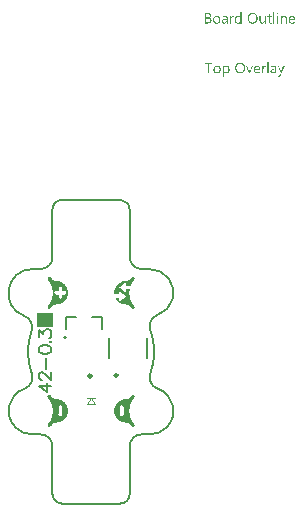
<source format=gto>
G04*
G04 #@! TF.GenerationSoftware,Altium Limited,Altium Designer,21.8.1 (53)*
G04*
G04 Layer_Color=65535*
%FSAX25Y25*%
%MOIN*%
G70*
G04*
G04 #@! TF.SameCoordinates,17E01544-8C08-452E-A090-7F5DC87EFE89*
G04*
G04*
G04 #@! TF.FilePolarity,Positive*
G04*
G01*
G75*
%ADD10C,0.01181*%
%ADD11C,0.00787*%
%ADD12C,0.00984*%
%ADD13C,0.00394*%
%ADD14C,0.00630*%
%ADD15R,0.05610X0.05133*%
G36*
X0062201Y0140630D02*
X0062226D01*
X0062282Y0140605D01*
X0062313Y0140586D01*
X0062344Y0140562D01*
X0062350Y0140555D01*
X0062356Y0140549D01*
X0062387Y0140512D01*
X0062412Y0140450D01*
X0062418Y0140413D01*
X0062424Y0140376D01*
Y0140370D01*
Y0140357D01*
X0062418Y0140339D01*
X0062412Y0140314D01*
X0062393Y0140252D01*
X0062368Y0140221D01*
X0062344Y0140190D01*
X0062337D01*
X0062331Y0140178D01*
X0062294Y0140153D01*
X0062238Y0140128D01*
X0062201Y0140122D01*
X0062164Y0140116D01*
X0062146D01*
X0062127Y0140122D01*
X0062102D01*
X0062040Y0140147D01*
X0062009Y0140159D01*
X0061978Y0140184D01*
Y0140190D01*
X0061966Y0140196D01*
X0061954Y0140215D01*
X0061941Y0140234D01*
X0061917Y0140295D01*
X0061910Y0140332D01*
X0061904Y0140376D01*
Y0140382D01*
Y0140394D01*
X0061910Y0140413D01*
X0061917Y0140444D01*
X0061935Y0140500D01*
X0061954Y0140531D01*
X0061978Y0140562D01*
X0061985Y0140568D01*
X0061991Y0140574D01*
X0062028Y0140599D01*
X0062090Y0140623D01*
X0062127Y0140636D01*
X0062183D01*
X0062201Y0140630D01*
D02*
G37*
G36*
X0050211Y0136965D02*
X0049809D01*
Y0137386D01*
X0049796D01*
Y0137380D01*
X0049784Y0137367D01*
X0049766Y0137343D01*
X0049747Y0137312D01*
X0049716Y0137275D01*
X0049679Y0137238D01*
X0049635Y0137194D01*
X0049586Y0137151D01*
X0049530Y0137101D01*
X0049462Y0137058D01*
X0049394Y0137021D01*
X0049314Y0136984D01*
X0049233Y0136953D01*
X0049140Y0136928D01*
X0049041Y0136916D01*
X0048936Y0136909D01*
X0048893D01*
X0048856Y0136916D01*
X0048818Y0136922D01*
X0048769Y0136928D01*
X0048664Y0136953D01*
X0048540Y0136990D01*
X0048416Y0137052D01*
X0048348Y0137089D01*
X0048292Y0137132D01*
X0048230Y0137188D01*
X0048175Y0137244D01*
Y0137250D01*
X0048162Y0137262D01*
X0048150Y0137281D01*
X0048131Y0137306D01*
X0048113Y0137337D01*
X0048088Y0137380D01*
X0048063Y0137429D01*
X0048039Y0137485D01*
X0048008Y0137547D01*
X0047983Y0137615D01*
X0047958Y0137689D01*
X0047939Y0137770D01*
X0047921Y0137856D01*
X0047908Y0137956D01*
X0047902Y0138055D01*
X0047896Y0138160D01*
Y0138166D01*
Y0138185D01*
Y0138222D01*
X0047902Y0138265D01*
X0047908Y0138315D01*
X0047915Y0138376D01*
X0047921Y0138445D01*
X0047933Y0138519D01*
X0047970Y0138680D01*
X0048026Y0138847D01*
X0048063Y0138927D01*
X0048107Y0139008D01*
X0048150Y0139082D01*
X0048206Y0139156D01*
X0048212Y0139163D01*
X0048218Y0139175D01*
X0048237Y0139194D01*
X0048261Y0139218D01*
X0048292Y0139243D01*
X0048336Y0139274D01*
X0048379Y0139311D01*
X0048428Y0139348D01*
X0048552Y0139416D01*
X0048695Y0139478D01*
X0048775Y0139497D01*
X0048862Y0139515D01*
X0048948Y0139528D01*
X0049047Y0139534D01*
X0049097D01*
X0049134Y0139528D01*
X0049171Y0139522D01*
X0049221Y0139515D01*
X0049332Y0139485D01*
X0049456Y0139435D01*
X0049518Y0139404D01*
X0049580Y0139361D01*
X0049642Y0139317D01*
X0049697Y0139262D01*
X0049747Y0139200D01*
X0049796Y0139126D01*
X0049809D01*
Y0140685D01*
X0050211D01*
Y0136965D01*
D02*
G37*
G36*
X0064479Y0139528D02*
X0064553Y0139522D01*
X0064646Y0139503D01*
X0064745Y0139472D01*
X0064850Y0139423D01*
X0064956Y0139355D01*
X0064999Y0139317D01*
X0065042Y0139268D01*
X0065055Y0139255D01*
X0065080Y0139218D01*
X0065110Y0139156D01*
X0065154Y0139070D01*
X0065191Y0138964D01*
X0065228Y0138835D01*
X0065253Y0138680D01*
X0065259Y0138500D01*
Y0136965D01*
X0064857D01*
Y0138395D01*
Y0138401D01*
Y0138432D01*
X0064850Y0138469D01*
Y0138519D01*
X0064838Y0138581D01*
X0064826Y0138649D01*
X0064807Y0138723D01*
X0064782Y0138797D01*
X0064751Y0138872D01*
X0064714Y0138940D01*
X0064665Y0139008D01*
X0064609Y0139070D01*
X0064547Y0139119D01*
X0064467Y0139156D01*
X0064380Y0139187D01*
X0064275Y0139194D01*
X0064262D01*
X0064225Y0139187D01*
X0064170Y0139181D01*
X0064101Y0139163D01*
X0064021Y0139138D01*
X0063934Y0139094D01*
X0063854Y0139039D01*
X0063774Y0138964D01*
X0063767Y0138952D01*
X0063743Y0138927D01*
X0063712Y0138878D01*
X0063674Y0138810D01*
X0063637Y0138729D01*
X0063606Y0138630D01*
X0063582Y0138519D01*
X0063575Y0138395D01*
Y0136965D01*
X0063173D01*
Y0139478D01*
X0063575D01*
Y0139057D01*
X0063588D01*
X0063594Y0139064D01*
X0063600Y0139076D01*
X0063619Y0139101D01*
X0063643Y0139132D01*
X0063668Y0139169D01*
X0063705Y0139206D01*
X0063749Y0139249D01*
X0063798Y0139299D01*
X0063854Y0139342D01*
X0063916Y0139385D01*
X0063984Y0139423D01*
X0064058Y0139460D01*
X0064132Y0139491D01*
X0064219Y0139515D01*
X0064312Y0139528D01*
X0064411Y0139534D01*
X0064448D01*
X0064479Y0139528D01*
D02*
G37*
G36*
X0047481Y0139515D02*
X0047556Y0139509D01*
X0047599Y0139497D01*
X0047630Y0139485D01*
Y0139070D01*
X0047624Y0139076D01*
X0047611Y0139082D01*
X0047587Y0139094D01*
X0047556Y0139113D01*
X0047512Y0139126D01*
X0047457Y0139138D01*
X0047395Y0139144D01*
X0047327Y0139150D01*
X0047314D01*
X0047283Y0139144D01*
X0047234Y0139138D01*
X0047178Y0139119D01*
X0047104Y0139088D01*
X0047036Y0139045D01*
X0046961Y0138983D01*
X0046893Y0138903D01*
X0046887Y0138890D01*
X0046869Y0138859D01*
X0046838Y0138804D01*
X0046807Y0138729D01*
X0046776Y0138637D01*
X0046745Y0138519D01*
X0046726Y0138389D01*
X0046720Y0138240D01*
Y0136965D01*
X0046318D01*
Y0139478D01*
X0046720D01*
Y0138958D01*
X0046732D01*
Y0138964D01*
X0046739Y0138971D01*
X0046751Y0139002D01*
X0046769Y0139051D01*
X0046801Y0139113D01*
X0046831Y0139175D01*
X0046881Y0139243D01*
X0046931Y0139311D01*
X0046992Y0139373D01*
X0046999Y0139379D01*
X0047023Y0139398D01*
X0047060Y0139423D01*
X0047110Y0139447D01*
X0047166Y0139472D01*
X0047234Y0139497D01*
X0047308Y0139515D01*
X0047388Y0139522D01*
X0047444D01*
X0047481Y0139515D01*
D02*
G37*
G36*
X0058221Y0136965D02*
X0057819D01*
Y0137361D01*
X0057806D01*
Y0137355D01*
X0057794Y0137343D01*
X0057782Y0137318D01*
X0057757Y0137293D01*
X0057701Y0137219D01*
X0057614Y0137138D01*
X0057565Y0137095D01*
X0057509Y0137052D01*
X0057447Y0137015D01*
X0057373Y0136978D01*
X0057299Y0136953D01*
X0057218Y0136928D01*
X0057125Y0136916D01*
X0057033Y0136909D01*
X0056995D01*
X0056952Y0136916D01*
X0056890Y0136928D01*
X0056822Y0136940D01*
X0056748Y0136965D01*
X0056667Y0136996D01*
X0056587Y0137046D01*
X0056500Y0137101D01*
X0056420Y0137169D01*
X0056345Y0137256D01*
X0056277Y0137361D01*
X0056216Y0137479D01*
X0056172Y0137621D01*
X0056147Y0137788D01*
X0056135Y0137875D01*
Y0137974D01*
Y0139478D01*
X0056531D01*
Y0138036D01*
Y0138030D01*
Y0138005D01*
X0056537Y0137962D01*
X0056544Y0137912D01*
X0056550Y0137850D01*
X0056562Y0137788D01*
X0056581Y0137714D01*
X0056605Y0137640D01*
X0056643Y0137566D01*
X0056680Y0137497D01*
X0056729Y0137429D01*
X0056791Y0137367D01*
X0056859Y0137318D01*
X0056940Y0137281D01*
X0057039Y0137250D01*
X0057144Y0137244D01*
X0057156D01*
X0057193Y0137250D01*
X0057249Y0137256D01*
X0057311Y0137268D01*
X0057392Y0137299D01*
X0057472Y0137337D01*
X0057552Y0137386D01*
X0057627Y0137460D01*
X0057633Y0137473D01*
X0057658Y0137497D01*
X0057689Y0137547D01*
X0057726Y0137615D01*
X0057757Y0137696D01*
X0057788Y0137795D01*
X0057812Y0137906D01*
X0057819Y0138030D01*
Y0139478D01*
X0058221D01*
Y0136965D01*
D02*
G37*
G36*
X0062356D02*
X0061954D01*
Y0139478D01*
X0062356D01*
Y0136965D01*
D02*
G37*
G36*
X0061137D02*
X0060734D01*
Y0140685D01*
X0061137D01*
Y0136965D01*
D02*
G37*
G36*
X0044758Y0139528D02*
X0044813Y0139522D01*
X0044882Y0139503D01*
X0044956Y0139485D01*
X0045036Y0139453D01*
X0045123Y0139416D01*
X0045204Y0139367D01*
X0045284Y0139305D01*
X0045358Y0139231D01*
X0045426Y0139138D01*
X0045482Y0139033D01*
X0045525Y0138909D01*
X0045550Y0138767D01*
X0045562Y0138599D01*
Y0136965D01*
X0045160D01*
Y0137355D01*
X0045148D01*
Y0137349D01*
X0045135Y0137337D01*
X0045123Y0137312D01*
X0045098Y0137287D01*
X0045036Y0137213D01*
X0044956Y0137132D01*
X0044844Y0137052D01*
X0044714Y0136978D01*
X0044634Y0136953D01*
X0044554Y0136928D01*
X0044467Y0136916D01*
X0044374Y0136909D01*
X0044337D01*
X0044312Y0136916D01*
X0044244Y0136922D01*
X0044164Y0136934D01*
X0044065Y0136959D01*
X0043972Y0136990D01*
X0043873Y0137039D01*
X0043786Y0137101D01*
X0043780Y0137114D01*
X0043755Y0137138D01*
X0043718Y0137182D01*
X0043681Y0137244D01*
X0043644Y0137318D01*
X0043606Y0137405D01*
X0043582Y0137510D01*
X0043576Y0137627D01*
Y0137634D01*
Y0137658D01*
X0043582Y0137696D01*
X0043588Y0137739D01*
X0043600Y0137795D01*
X0043619Y0137856D01*
X0043644Y0137925D01*
X0043681Y0137993D01*
X0043724Y0138067D01*
X0043780Y0138141D01*
X0043848Y0138209D01*
X0043928Y0138271D01*
X0044021Y0138333D01*
X0044133Y0138383D01*
X0044256Y0138420D01*
X0044405Y0138451D01*
X0045160Y0138556D01*
Y0138562D01*
Y0138581D01*
X0045154Y0138618D01*
Y0138655D01*
X0045142Y0138705D01*
X0045135Y0138760D01*
X0045098Y0138878D01*
X0045067Y0138934D01*
X0045036Y0138989D01*
X0044993Y0139045D01*
X0044943Y0139094D01*
X0044882Y0139138D01*
X0044813Y0139169D01*
X0044733Y0139187D01*
X0044640Y0139194D01*
X0044597D01*
X0044566Y0139187D01*
X0044523D01*
X0044479Y0139175D01*
X0044368Y0139156D01*
X0044244Y0139119D01*
X0044108Y0139064D01*
X0044034Y0139026D01*
X0043966Y0138989D01*
X0043891Y0138940D01*
X0043823Y0138884D01*
Y0139299D01*
X0043829D01*
X0043842Y0139311D01*
X0043860Y0139324D01*
X0043891Y0139336D01*
X0043922Y0139355D01*
X0043966Y0139373D01*
X0044015Y0139392D01*
X0044071Y0139416D01*
X0044194Y0139460D01*
X0044343Y0139497D01*
X0044504Y0139522D01*
X0044677Y0139534D01*
X0044714D01*
X0044758Y0139528D01*
D02*
G37*
G36*
X0039069Y0140475D02*
X0039112D01*
X0039156Y0140469D01*
X0039255Y0140456D01*
X0039373Y0140425D01*
X0039496Y0140388D01*
X0039614Y0140332D01*
X0039719Y0140258D01*
X0039725D01*
X0039731Y0140246D01*
X0039762Y0140221D01*
X0039806Y0140172D01*
X0039855Y0140103D01*
X0039899Y0140017D01*
X0039942Y0139918D01*
X0039973Y0139806D01*
X0039985Y0139744D01*
Y0139676D01*
Y0139670D01*
Y0139664D01*
Y0139627D01*
X0039979Y0139571D01*
X0039967Y0139503D01*
X0039948Y0139416D01*
X0039917Y0139330D01*
X0039880Y0139243D01*
X0039824Y0139156D01*
X0039818Y0139144D01*
X0039793Y0139119D01*
X0039756Y0139082D01*
X0039707Y0139033D01*
X0039645Y0138983D01*
X0039571Y0138927D01*
X0039478Y0138884D01*
X0039379Y0138841D01*
Y0138835D01*
X0039397D01*
X0039416Y0138828D01*
X0039434Y0138822D01*
X0039503Y0138810D01*
X0039583Y0138785D01*
X0039670Y0138748D01*
X0039762Y0138705D01*
X0039855Y0138643D01*
X0039942Y0138562D01*
X0039954Y0138550D01*
X0039979Y0138519D01*
X0040010Y0138476D01*
X0040053Y0138407D01*
X0040091Y0138321D01*
X0040128Y0138222D01*
X0040152Y0138104D01*
X0040159Y0137974D01*
Y0137968D01*
Y0137956D01*
Y0137931D01*
X0040152Y0137900D01*
X0040146Y0137863D01*
X0040140Y0137819D01*
X0040115Y0137714D01*
X0040078Y0137597D01*
X0040022Y0137473D01*
X0039985Y0137417D01*
X0039942Y0137355D01*
X0039886Y0137299D01*
X0039830Y0137244D01*
X0039824D01*
X0039818Y0137231D01*
X0039800Y0137219D01*
X0039775Y0137200D01*
X0039744Y0137182D01*
X0039701Y0137157D01*
X0039608Y0137108D01*
X0039490Y0137052D01*
X0039354Y0137009D01*
X0039193Y0136978D01*
X0039112Y0136971D01*
X0039020Y0136965D01*
X0037992D01*
Y0140481D01*
X0039038D01*
X0039069Y0140475D01*
D02*
G37*
G36*
X0059564Y0139478D02*
X0060202D01*
Y0139132D01*
X0059564D01*
Y0137714D01*
Y0137702D01*
Y0137671D01*
X0059570Y0137627D01*
X0059577Y0137572D01*
X0059601Y0137454D01*
X0059620Y0137399D01*
X0059651Y0137355D01*
X0059657Y0137349D01*
X0059670Y0137337D01*
X0059688Y0137324D01*
X0059719Y0137306D01*
X0059756Y0137281D01*
X0059806Y0137268D01*
X0059868Y0137256D01*
X0059936Y0137250D01*
X0059960D01*
X0059991Y0137256D01*
X0060028Y0137262D01*
X0060115Y0137287D01*
X0060158Y0137306D01*
X0060202Y0137330D01*
Y0136984D01*
X0060196D01*
X0060177Y0136971D01*
X0060146Y0136965D01*
X0060103Y0136953D01*
X0060047Y0136940D01*
X0059985Y0136928D01*
X0059911Y0136922D01*
X0059824Y0136916D01*
X0059793D01*
X0059762Y0136922D01*
X0059719Y0136928D01*
X0059670Y0136940D01*
X0059614Y0136953D01*
X0059558Y0136978D01*
X0059496Y0137009D01*
X0059434Y0137046D01*
X0059372Y0137095D01*
X0059317Y0137151D01*
X0059267Y0137225D01*
X0059224Y0137306D01*
X0059193Y0137405D01*
X0059168Y0137516D01*
X0059162Y0137646D01*
Y0139132D01*
X0058735D01*
Y0139478D01*
X0059162D01*
Y0140091D01*
X0059564Y0140221D01*
Y0139478D01*
D02*
G37*
G36*
X0067091Y0139528D02*
X0067135Y0139522D01*
X0067178Y0139515D01*
X0067289Y0139497D01*
X0067413Y0139453D01*
X0067537Y0139398D01*
X0067599Y0139361D01*
X0067661Y0139317D01*
X0067716Y0139268D01*
X0067772Y0139212D01*
X0067778Y0139206D01*
X0067785Y0139200D01*
X0067797Y0139181D01*
X0067816Y0139156D01*
X0067834Y0139119D01*
X0067859Y0139082D01*
X0067884Y0139039D01*
X0067908Y0138983D01*
X0067933Y0138921D01*
X0067958Y0138859D01*
X0067983Y0138785D01*
X0068001Y0138705D01*
X0068020Y0138618D01*
X0068032Y0138531D01*
X0068045Y0138432D01*
Y0138327D01*
Y0138117D01*
X0066268D01*
Y0138110D01*
Y0138098D01*
Y0138079D01*
X0066274Y0138048D01*
X0066280Y0138011D01*
Y0137974D01*
X0066299Y0137875D01*
X0066330Y0137776D01*
X0066367Y0137665D01*
X0066423Y0137559D01*
X0066491Y0137467D01*
X0066503Y0137454D01*
X0066528Y0137429D01*
X0066578Y0137399D01*
X0066646Y0137355D01*
X0066732Y0137312D01*
X0066831Y0137281D01*
X0066949Y0137256D01*
X0067085Y0137244D01*
X0067128D01*
X0067159Y0137250D01*
X0067197D01*
X0067240Y0137256D01*
X0067345Y0137281D01*
X0067463Y0137312D01*
X0067593Y0137361D01*
X0067729Y0137429D01*
X0067797Y0137473D01*
X0067865Y0137522D01*
Y0137145D01*
X0067859D01*
X0067853Y0137132D01*
X0067834Y0137126D01*
X0067803Y0137108D01*
X0067772Y0137089D01*
X0067735Y0137070D01*
X0067686Y0137052D01*
X0067636Y0137027D01*
X0067574Y0137002D01*
X0067506Y0136984D01*
X0067357Y0136947D01*
X0067184Y0136922D01*
X0066992Y0136909D01*
X0066943D01*
X0066906Y0136916D01*
X0066862Y0136922D01*
X0066807Y0136928D01*
X0066689Y0136953D01*
X0066553Y0136990D01*
X0066417Y0137052D01*
X0066348Y0137095D01*
X0066280Y0137138D01*
X0066219Y0137188D01*
X0066157Y0137250D01*
X0066150Y0137256D01*
X0066144Y0137268D01*
X0066132Y0137287D01*
X0066107Y0137312D01*
X0066088Y0137349D01*
X0066064Y0137392D01*
X0066033Y0137442D01*
X0066008Y0137497D01*
X0065977Y0137559D01*
X0065952Y0137634D01*
X0065921Y0137714D01*
X0065903Y0137801D01*
X0065884Y0137894D01*
X0065866Y0137993D01*
X0065860Y0138098D01*
X0065853Y0138209D01*
Y0138216D01*
Y0138234D01*
Y0138265D01*
X0065860Y0138308D01*
X0065866Y0138358D01*
X0065872Y0138414D01*
X0065878Y0138482D01*
X0065897Y0138550D01*
X0065934Y0138698D01*
X0065990Y0138859D01*
X0066027Y0138940D01*
X0066076Y0139014D01*
X0066126Y0139094D01*
X0066181Y0139163D01*
X0066188Y0139169D01*
X0066200Y0139181D01*
X0066219Y0139200D01*
X0066243Y0139218D01*
X0066274Y0139249D01*
X0066311Y0139280D01*
X0066361Y0139311D01*
X0066410Y0139348D01*
X0066528Y0139416D01*
X0066670Y0139478D01*
X0066751Y0139497D01*
X0066831Y0139515D01*
X0066918Y0139528D01*
X0067011Y0139534D01*
X0067060D01*
X0067091Y0139528D01*
D02*
G37*
G36*
X0054049Y0140537D02*
X0054111Y0140531D01*
X0054185Y0140518D01*
X0054266Y0140500D01*
X0054352Y0140481D01*
X0054439Y0140456D01*
X0054538Y0140425D01*
X0054631Y0140382D01*
X0054730Y0140332D01*
X0054829Y0140277D01*
X0054922Y0140209D01*
X0055015Y0140134D01*
X0055101Y0140048D01*
X0055107Y0140042D01*
X0055120Y0140023D01*
X0055145Y0139998D01*
X0055169Y0139961D01*
X0055207Y0139912D01*
X0055244Y0139850D01*
X0055281Y0139782D01*
X0055324Y0139707D01*
X0055367Y0139614D01*
X0055405Y0139522D01*
X0055442Y0139416D01*
X0055479Y0139299D01*
X0055504Y0139181D01*
X0055528Y0139051D01*
X0055541Y0138909D01*
X0055547Y0138767D01*
Y0138754D01*
Y0138729D01*
Y0138686D01*
X0055541Y0138624D01*
X0055535Y0138550D01*
X0055522Y0138469D01*
X0055510Y0138376D01*
X0055491Y0138271D01*
X0055467Y0138166D01*
X0055436Y0138055D01*
X0055398Y0137943D01*
X0055355Y0137832D01*
X0055299Y0137714D01*
X0055238Y0137609D01*
X0055169Y0137504D01*
X0055089Y0137405D01*
X0055083Y0137399D01*
X0055070Y0137386D01*
X0055039Y0137361D01*
X0055008Y0137330D01*
X0054959Y0137287D01*
X0054903Y0137250D01*
X0054841Y0137200D01*
X0054767Y0137157D01*
X0054686Y0137114D01*
X0054594Y0137064D01*
X0054495Y0137027D01*
X0054383Y0136990D01*
X0054266Y0136953D01*
X0054142Y0136928D01*
X0054012Y0136916D01*
X0053869Y0136909D01*
X0053838D01*
X0053795Y0136916D01*
X0053746D01*
X0053684Y0136922D01*
X0053610Y0136934D01*
X0053529Y0136953D01*
X0053436Y0136971D01*
X0053343Y0136996D01*
X0053244Y0137027D01*
X0053145Y0137070D01*
X0053046Y0137114D01*
X0052947Y0137169D01*
X0052848Y0137238D01*
X0052755Y0137312D01*
X0052669Y0137399D01*
X0052662Y0137405D01*
X0052650Y0137423D01*
X0052625Y0137448D01*
X0052601Y0137485D01*
X0052563Y0137535D01*
X0052526Y0137597D01*
X0052489Y0137665D01*
X0052446Y0137745D01*
X0052402Y0137832D01*
X0052365Y0137925D01*
X0052328Y0138030D01*
X0052291Y0138147D01*
X0052266Y0138265D01*
X0052241Y0138395D01*
X0052229Y0138537D01*
X0052223Y0138680D01*
Y0138692D01*
Y0138717D01*
X0052229Y0138760D01*
Y0138822D01*
X0052235Y0138890D01*
X0052248Y0138977D01*
X0052260Y0139070D01*
X0052279Y0139169D01*
X0052303Y0139274D01*
X0052334Y0139385D01*
X0052372Y0139497D01*
X0052415Y0139608D01*
X0052470Y0139720D01*
X0052532Y0139831D01*
X0052601Y0139936D01*
X0052681Y0140035D01*
X0052687Y0140042D01*
X0052700Y0140060D01*
X0052731Y0140085D01*
X0052768Y0140116D01*
X0052811Y0140153D01*
X0052867Y0140196D01*
X0052935Y0140240D01*
X0053009Y0140289D01*
X0053096Y0140339D01*
X0053189Y0140382D01*
X0053288Y0140425D01*
X0053399Y0140463D01*
X0053523Y0140494D01*
X0053653Y0140524D01*
X0053789Y0140537D01*
X0053931Y0140543D01*
X0054000D01*
X0054049Y0140537D01*
D02*
G37*
G36*
X0042022Y0139528D02*
X0042065Y0139522D01*
X0042121Y0139515D01*
X0042245Y0139491D01*
X0042387Y0139447D01*
X0042529Y0139385D01*
X0042604Y0139348D01*
X0042672Y0139305D01*
X0042740Y0139249D01*
X0042802Y0139187D01*
X0042808Y0139181D01*
X0042814Y0139169D01*
X0042833Y0139150D01*
X0042851Y0139126D01*
X0042876Y0139088D01*
X0042901Y0139045D01*
X0042932Y0138996D01*
X0042963Y0138940D01*
X0042987Y0138872D01*
X0043018Y0138804D01*
X0043043Y0138723D01*
X0043068Y0138637D01*
X0043086Y0138544D01*
X0043105Y0138445D01*
X0043111Y0138339D01*
X0043117Y0138228D01*
Y0138222D01*
Y0138203D01*
Y0138172D01*
X0043111Y0138129D01*
X0043105Y0138079D01*
X0043099Y0138017D01*
X0043086Y0137956D01*
X0043074Y0137881D01*
X0043037Y0137733D01*
X0042975Y0137572D01*
X0042938Y0137491D01*
X0042888Y0137411D01*
X0042839Y0137337D01*
X0042777Y0137268D01*
X0042771Y0137262D01*
X0042758Y0137256D01*
X0042740Y0137238D01*
X0042715Y0137213D01*
X0042678Y0137188D01*
X0042641Y0137157D01*
X0042591Y0137120D01*
X0042536Y0137089D01*
X0042474Y0137058D01*
X0042406Y0137021D01*
X0042331Y0136990D01*
X0042251Y0136965D01*
X0042164Y0136940D01*
X0042071Y0136928D01*
X0041972Y0136916D01*
X0041867Y0136909D01*
X0041811D01*
X0041774Y0136916D01*
X0041731Y0136922D01*
X0041675Y0136928D01*
X0041613Y0136940D01*
X0041545Y0136953D01*
X0041403Y0136996D01*
X0041254Y0137058D01*
X0041180Y0137095D01*
X0041112Y0137145D01*
X0041044Y0137194D01*
X0040976Y0137256D01*
X0040969Y0137262D01*
X0040963Y0137275D01*
X0040945Y0137293D01*
X0040926Y0137318D01*
X0040901Y0137355D01*
X0040870Y0137399D01*
X0040839Y0137448D01*
X0040815Y0137504D01*
X0040784Y0137572D01*
X0040753Y0137640D01*
X0040722Y0137714D01*
X0040697Y0137801D01*
X0040660Y0137987D01*
X0040654Y0138086D01*
X0040648Y0138191D01*
Y0138197D01*
Y0138222D01*
Y0138253D01*
X0040654Y0138296D01*
X0040660Y0138346D01*
X0040666Y0138407D01*
X0040679Y0138476D01*
X0040691Y0138550D01*
X0040728Y0138711D01*
X0040790Y0138872D01*
X0040833Y0138952D01*
X0040877Y0139033D01*
X0040926Y0139107D01*
X0040988Y0139175D01*
X0040994Y0139181D01*
X0041007Y0139194D01*
X0041025Y0139206D01*
X0041050Y0139231D01*
X0041087Y0139255D01*
X0041131Y0139286D01*
X0041180Y0139324D01*
X0041236Y0139355D01*
X0041298Y0139385D01*
X0041372Y0139423D01*
X0041446Y0139453D01*
X0041533Y0139478D01*
X0041620Y0139503D01*
X0041719Y0139522D01*
X0041824Y0139528D01*
X0041929Y0139534D01*
X0041985D01*
X0042022Y0139528D01*
D02*
G37*
G36*
X0045234Y0122938D02*
X0045278Y0122932D01*
X0045321Y0122925D01*
X0045432Y0122901D01*
X0045556Y0122864D01*
X0045680Y0122802D01*
X0045742Y0122765D01*
X0045804Y0122715D01*
X0045860Y0122666D01*
X0045915Y0122604D01*
X0045921Y0122597D01*
X0045928Y0122591D01*
X0045940Y0122566D01*
X0045959Y0122542D01*
X0045977Y0122511D01*
X0046002Y0122467D01*
X0046027Y0122418D01*
X0046051Y0122368D01*
X0046076Y0122307D01*
X0046101Y0122238D01*
X0046126Y0122164D01*
X0046144Y0122084D01*
X0046175Y0121904D01*
X0046188Y0121805D01*
Y0121700D01*
Y0121694D01*
Y0121675D01*
Y0121638D01*
X0046181Y0121595D01*
Y0121545D01*
X0046169Y0121483D01*
X0046163Y0121415D01*
X0046150Y0121341D01*
X0046113Y0121180D01*
X0046058Y0121013D01*
X0046020Y0120932D01*
X0045983Y0120852D01*
X0045934Y0120771D01*
X0045878Y0120697D01*
X0045872Y0120691D01*
X0045866Y0120678D01*
X0045847Y0120660D01*
X0045823Y0120641D01*
X0045792Y0120610D01*
X0045754Y0120580D01*
X0045711Y0120542D01*
X0045662Y0120511D01*
X0045606Y0120474D01*
X0045544Y0120437D01*
X0045395Y0120381D01*
X0045315Y0120357D01*
X0045234Y0120338D01*
X0045142Y0120326D01*
X0045042Y0120319D01*
X0044993D01*
X0044962Y0120326D01*
X0044919Y0120332D01*
X0044875Y0120344D01*
X0044764Y0120369D01*
X0044646Y0120419D01*
X0044578Y0120456D01*
X0044516Y0120493D01*
X0044455Y0120542D01*
X0044399Y0120598D01*
X0044337Y0120660D01*
X0044287Y0120734D01*
X0044275D01*
Y0119224D01*
X0043873D01*
Y0122888D01*
X0044275D01*
Y0122443D01*
X0044287D01*
X0044293Y0122449D01*
X0044300Y0122467D01*
X0044318Y0122492D01*
X0044343Y0122523D01*
X0044374Y0122560D01*
X0044411Y0122604D01*
X0044455Y0122647D01*
X0044510Y0122696D01*
X0044566Y0122740D01*
X0044628Y0122783D01*
X0044702Y0122826D01*
X0044776Y0122864D01*
X0044863Y0122901D01*
X0044956Y0122925D01*
X0045049Y0122938D01*
X0045154Y0122944D01*
X0045204D01*
X0045234Y0122938D01*
D02*
G37*
G36*
X0058190Y0122925D02*
X0058264Y0122919D01*
X0058308Y0122907D01*
X0058339Y0122895D01*
Y0122480D01*
X0058333Y0122486D01*
X0058320Y0122492D01*
X0058295Y0122505D01*
X0058264Y0122523D01*
X0058221Y0122536D01*
X0058165Y0122548D01*
X0058103Y0122554D01*
X0058035Y0122560D01*
X0058023D01*
X0057992Y0122554D01*
X0057942Y0122548D01*
X0057887Y0122529D01*
X0057812Y0122498D01*
X0057744Y0122455D01*
X0057670Y0122393D01*
X0057602Y0122313D01*
X0057596Y0122300D01*
X0057577Y0122269D01*
X0057546Y0122214D01*
X0057515Y0122139D01*
X0057484Y0122046D01*
X0057454Y0121929D01*
X0057435Y0121799D01*
X0057429Y0121650D01*
Y0120375D01*
X0057026D01*
Y0122888D01*
X0057429D01*
Y0122368D01*
X0057441D01*
Y0122375D01*
X0057447Y0122381D01*
X0057460Y0122412D01*
X0057478Y0122461D01*
X0057509Y0122523D01*
X0057540Y0122585D01*
X0057590Y0122653D01*
X0057639Y0122721D01*
X0057701Y0122783D01*
X0057707Y0122789D01*
X0057732Y0122808D01*
X0057769Y0122833D01*
X0057819Y0122857D01*
X0057874Y0122882D01*
X0057942Y0122907D01*
X0058017Y0122925D01*
X0058097Y0122932D01*
X0058153D01*
X0058190Y0122925D01*
D02*
G37*
G36*
X0063396Y0119973D02*
X0063390Y0119967D01*
X0063384Y0119942D01*
X0063365Y0119899D01*
X0063340Y0119849D01*
X0063309Y0119793D01*
X0063266Y0119725D01*
X0063223Y0119657D01*
X0063173Y0119583D01*
X0063111Y0119509D01*
X0063049Y0119440D01*
X0062975Y0119372D01*
X0062894Y0119317D01*
X0062814Y0119267D01*
X0062721Y0119224D01*
X0062628Y0119199D01*
X0062523Y0119193D01*
X0062467D01*
X0062430Y0119199D01*
X0062350Y0119211D01*
X0062263Y0119230D01*
Y0119589D01*
X0062269D01*
X0062288Y0119583D01*
X0062313Y0119577D01*
X0062344Y0119571D01*
X0062418Y0119552D01*
X0062498Y0119546D01*
X0062511D01*
X0062548Y0119552D01*
X0062604Y0119564D01*
X0062672Y0119589D01*
X0062746Y0119632D01*
X0062783Y0119663D01*
X0062820Y0119701D01*
X0062857Y0119738D01*
X0062894Y0119787D01*
X0062925Y0119843D01*
X0062956Y0119905D01*
X0063161Y0120375D01*
X0062176Y0122888D01*
X0062622D01*
X0063303Y0120951D01*
Y0120945D01*
X0063309Y0120932D01*
X0063315Y0120914D01*
X0063322Y0120889D01*
X0063328Y0120852D01*
X0063340Y0120815D01*
X0063353Y0120759D01*
X0063371D01*
Y0120771D01*
X0063384Y0120808D01*
X0063396Y0120864D01*
X0063421Y0120945D01*
X0064132Y0122888D01*
X0064547D01*
X0063396Y0119973D01*
D02*
G37*
G36*
X0052966Y0120375D02*
X0052570D01*
X0051616Y0122888D01*
X0052056D01*
X0052700Y0121062D01*
X0052706Y0121056D01*
X0052712Y0121031D01*
X0052724Y0120988D01*
X0052737Y0120945D01*
X0052749Y0120889D01*
X0052768Y0120827D01*
X0052786Y0120710D01*
X0052792D01*
Y0120716D01*
X0052799Y0120740D01*
X0052805Y0120778D01*
X0052811Y0120821D01*
X0052823Y0120877D01*
X0052836Y0120932D01*
X0052873Y0121050D01*
X0053541Y0122888D01*
X0053962D01*
X0052966Y0120375D01*
D02*
G37*
G36*
X0060988Y0122938D02*
X0061044Y0122932D01*
X0061112Y0122913D01*
X0061186Y0122895D01*
X0061266Y0122864D01*
X0061353Y0122826D01*
X0061434Y0122777D01*
X0061514Y0122715D01*
X0061588Y0122641D01*
X0061656Y0122548D01*
X0061712Y0122443D01*
X0061756Y0122319D01*
X0061780Y0122177D01*
X0061793Y0122009D01*
Y0120375D01*
X0061390D01*
Y0120765D01*
X0061378D01*
Y0120759D01*
X0061366Y0120747D01*
X0061353Y0120722D01*
X0061328Y0120697D01*
X0061266Y0120623D01*
X0061186Y0120542D01*
X0061075Y0120462D01*
X0060945Y0120388D01*
X0060864Y0120363D01*
X0060784Y0120338D01*
X0060697Y0120326D01*
X0060604Y0120319D01*
X0060567D01*
X0060542Y0120326D01*
X0060474Y0120332D01*
X0060394Y0120344D01*
X0060295Y0120369D01*
X0060202Y0120400D01*
X0060103Y0120449D01*
X0060016Y0120511D01*
X0060010Y0120524D01*
X0059985Y0120548D01*
X0059948Y0120592D01*
X0059911Y0120654D01*
X0059874Y0120728D01*
X0059837Y0120815D01*
X0059812Y0120920D01*
X0059806Y0121037D01*
Y0121044D01*
Y0121069D01*
X0059812Y0121106D01*
X0059818Y0121149D01*
X0059830Y0121205D01*
X0059849Y0121267D01*
X0059874Y0121335D01*
X0059911Y0121403D01*
X0059954Y0121477D01*
X0060010Y0121551D01*
X0060078Y0121619D01*
X0060158Y0121681D01*
X0060251Y0121743D01*
X0060363Y0121793D01*
X0060487Y0121830D01*
X0060635Y0121861D01*
X0061390Y0121966D01*
Y0121972D01*
Y0121991D01*
X0061384Y0122028D01*
Y0122065D01*
X0061372Y0122115D01*
X0061366Y0122170D01*
X0061328Y0122288D01*
X0061298Y0122344D01*
X0061266Y0122399D01*
X0061223Y0122455D01*
X0061174Y0122505D01*
X0061112Y0122548D01*
X0061044Y0122579D01*
X0060963Y0122597D01*
X0060870Y0122604D01*
X0060827D01*
X0060796Y0122597D01*
X0060753D01*
X0060709Y0122585D01*
X0060598Y0122566D01*
X0060474Y0122529D01*
X0060338Y0122474D01*
X0060264Y0122436D01*
X0060196Y0122399D01*
X0060121Y0122350D01*
X0060053Y0122294D01*
Y0122709D01*
X0060059D01*
X0060072Y0122721D01*
X0060090Y0122734D01*
X0060121Y0122746D01*
X0060152Y0122765D01*
X0060196Y0122783D01*
X0060245Y0122802D01*
X0060301Y0122826D01*
X0060425Y0122870D01*
X0060573Y0122907D01*
X0060734Y0122932D01*
X0060908Y0122944D01*
X0060945D01*
X0060988Y0122938D01*
D02*
G37*
G36*
X0059174Y0120375D02*
X0058772D01*
Y0124095D01*
X0059174D01*
Y0120375D01*
D02*
G37*
G36*
X0040431Y0123520D02*
X0039416D01*
Y0120375D01*
X0039007D01*
Y0123520D01*
X0037992D01*
Y0123891D01*
X0040431D01*
Y0123520D01*
D02*
G37*
G36*
X0055467Y0122938D02*
X0055510Y0122932D01*
X0055553Y0122925D01*
X0055665Y0122907D01*
X0055788Y0122864D01*
X0055912Y0122808D01*
X0055974Y0122771D01*
X0056036Y0122727D01*
X0056092Y0122678D01*
X0056147Y0122622D01*
X0056154Y0122616D01*
X0056160Y0122610D01*
X0056172Y0122591D01*
X0056191Y0122566D01*
X0056209Y0122529D01*
X0056234Y0122492D01*
X0056259Y0122449D01*
X0056284Y0122393D01*
X0056308Y0122331D01*
X0056333Y0122269D01*
X0056358Y0122195D01*
X0056376Y0122115D01*
X0056395Y0122028D01*
X0056407Y0121941D01*
X0056420Y0121842D01*
Y0121737D01*
Y0121527D01*
X0054643D01*
Y0121520D01*
Y0121508D01*
Y0121489D01*
X0054649Y0121458D01*
X0054656Y0121421D01*
Y0121384D01*
X0054674Y0121285D01*
X0054705Y0121186D01*
X0054742Y0121075D01*
X0054798Y0120969D01*
X0054866Y0120877D01*
X0054878Y0120864D01*
X0054903Y0120840D01*
X0054953Y0120808D01*
X0055021Y0120765D01*
X0055107Y0120722D01*
X0055207Y0120691D01*
X0055324Y0120666D01*
X0055460Y0120654D01*
X0055504D01*
X0055535Y0120660D01*
X0055572D01*
X0055615Y0120666D01*
X0055720Y0120691D01*
X0055838Y0120722D01*
X0055968Y0120771D01*
X0056104Y0120840D01*
X0056172Y0120883D01*
X0056240Y0120932D01*
Y0120555D01*
X0056234D01*
X0056228Y0120542D01*
X0056209Y0120536D01*
X0056178Y0120518D01*
X0056147Y0120499D01*
X0056110Y0120480D01*
X0056061Y0120462D01*
X0056011Y0120437D01*
X0055949Y0120412D01*
X0055881Y0120394D01*
X0055733Y0120357D01*
X0055559Y0120332D01*
X0055367Y0120319D01*
X0055318D01*
X0055281Y0120326D01*
X0055238Y0120332D01*
X0055182Y0120338D01*
X0055064Y0120363D01*
X0054928Y0120400D01*
X0054792Y0120462D01*
X0054724Y0120505D01*
X0054656Y0120548D01*
X0054594Y0120598D01*
X0054532Y0120660D01*
X0054526Y0120666D01*
X0054519Y0120678D01*
X0054507Y0120697D01*
X0054482Y0120722D01*
X0054464Y0120759D01*
X0054439Y0120802D01*
X0054408Y0120852D01*
X0054383Y0120907D01*
X0054352Y0120969D01*
X0054327Y0121044D01*
X0054297Y0121124D01*
X0054278Y0121211D01*
X0054259Y0121304D01*
X0054241Y0121403D01*
X0054235Y0121508D01*
X0054229Y0121619D01*
Y0121626D01*
Y0121644D01*
Y0121675D01*
X0054235Y0121718D01*
X0054241Y0121768D01*
X0054247Y0121824D01*
X0054253Y0121892D01*
X0054272Y0121960D01*
X0054309Y0122108D01*
X0054365Y0122269D01*
X0054402Y0122350D01*
X0054451Y0122424D01*
X0054501Y0122505D01*
X0054557Y0122573D01*
X0054563Y0122579D01*
X0054575Y0122591D01*
X0054594Y0122610D01*
X0054619Y0122628D01*
X0054649Y0122659D01*
X0054686Y0122690D01*
X0054736Y0122721D01*
X0054786Y0122758D01*
X0054903Y0122826D01*
X0055046Y0122888D01*
X0055126Y0122907D01*
X0055207Y0122925D01*
X0055293Y0122938D01*
X0055386Y0122944D01*
X0055436D01*
X0055467Y0122938D01*
D02*
G37*
G36*
X0049852Y0123947D02*
X0049914Y0123941D01*
X0049988Y0123928D01*
X0050069Y0123910D01*
X0050156Y0123891D01*
X0050242Y0123866D01*
X0050341Y0123835D01*
X0050434Y0123792D01*
X0050533Y0123743D01*
X0050632Y0123687D01*
X0050725Y0123619D01*
X0050818Y0123545D01*
X0050905Y0123458D01*
X0050911Y0123452D01*
X0050923Y0123433D01*
X0050948Y0123408D01*
X0050973Y0123371D01*
X0051010Y0123322D01*
X0051047Y0123260D01*
X0051084Y0123192D01*
X0051127Y0123117D01*
X0051171Y0123024D01*
X0051208Y0122932D01*
X0051245Y0122826D01*
X0051282Y0122709D01*
X0051307Y0122591D01*
X0051332Y0122461D01*
X0051344Y0122319D01*
X0051350Y0122177D01*
Y0122164D01*
Y0122139D01*
Y0122096D01*
X0051344Y0122034D01*
X0051338Y0121960D01*
X0051325Y0121879D01*
X0051313Y0121786D01*
X0051294Y0121681D01*
X0051270Y0121576D01*
X0051239Y0121465D01*
X0051202Y0121353D01*
X0051158Y0121242D01*
X0051103Y0121124D01*
X0051041Y0121019D01*
X0050973Y0120914D01*
X0050892Y0120815D01*
X0050886Y0120808D01*
X0050874Y0120796D01*
X0050843Y0120771D01*
X0050812Y0120740D01*
X0050762Y0120697D01*
X0050706Y0120660D01*
X0050644Y0120610D01*
X0050570Y0120567D01*
X0050490Y0120524D01*
X0050397Y0120474D01*
X0050298Y0120437D01*
X0050186Y0120400D01*
X0050069Y0120363D01*
X0049945Y0120338D01*
X0049815Y0120326D01*
X0049673Y0120319D01*
X0049642D01*
X0049598Y0120326D01*
X0049549D01*
X0049487Y0120332D01*
X0049413Y0120344D01*
X0049332Y0120363D01*
X0049239Y0120381D01*
X0049147Y0120406D01*
X0049047Y0120437D01*
X0048948Y0120480D01*
X0048849Y0120524D01*
X0048750Y0120580D01*
X0048651Y0120648D01*
X0048558Y0120722D01*
X0048472Y0120808D01*
X0048466Y0120815D01*
X0048453Y0120833D01*
X0048428Y0120858D01*
X0048404Y0120895D01*
X0048367Y0120945D01*
X0048329Y0121007D01*
X0048292Y0121075D01*
X0048249Y0121155D01*
X0048206Y0121242D01*
X0048169Y0121335D01*
X0048131Y0121440D01*
X0048094Y0121557D01*
X0048069Y0121675D01*
X0048045Y0121805D01*
X0048032Y0121948D01*
X0048026Y0122090D01*
Y0122102D01*
Y0122127D01*
X0048032Y0122170D01*
Y0122232D01*
X0048039Y0122300D01*
X0048051Y0122387D01*
X0048063Y0122480D01*
X0048082Y0122579D01*
X0048107Y0122684D01*
X0048138Y0122795D01*
X0048175Y0122907D01*
X0048218Y0123018D01*
X0048274Y0123130D01*
X0048336Y0123241D01*
X0048404Y0123346D01*
X0048484Y0123445D01*
X0048490Y0123452D01*
X0048503Y0123470D01*
X0048534Y0123495D01*
X0048571Y0123526D01*
X0048614Y0123563D01*
X0048670Y0123606D01*
X0048738Y0123650D01*
X0048812Y0123699D01*
X0048899Y0123749D01*
X0048992Y0123792D01*
X0049091Y0123835D01*
X0049202Y0123873D01*
X0049326Y0123904D01*
X0049456Y0123934D01*
X0049592Y0123947D01*
X0049735Y0123953D01*
X0049803D01*
X0049852Y0123947D01*
D02*
G37*
G36*
X0042133Y0122938D02*
X0042177Y0122932D01*
X0042232Y0122925D01*
X0042356Y0122901D01*
X0042498Y0122857D01*
X0042641Y0122795D01*
X0042715Y0122758D01*
X0042783Y0122715D01*
X0042851Y0122659D01*
X0042913Y0122597D01*
X0042919Y0122591D01*
X0042926Y0122579D01*
X0042944Y0122560D01*
X0042963Y0122536D01*
X0042987Y0122498D01*
X0043012Y0122455D01*
X0043043Y0122406D01*
X0043074Y0122350D01*
X0043099Y0122282D01*
X0043130Y0122214D01*
X0043155Y0122133D01*
X0043179Y0122046D01*
X0043198Y0121954D01*
X0043216Y0121855D01*
X0043223Y0121749D01*
X0043229Y0121638D01*
Y0121632D01*
Y0121613D01*
Y0121582D01*
X0043223Y0121539D01*
X0043216Y0121489D01*
X0043210Y0121428D01*
X0043198Y0121366D01*
X0043185Y0121291D01*
X0043148Y0121143D01*
X0043086Y0120982D01*
X0043049Y0120901D01*
X0043000Y0120821D01*
X0042950Y0120747D01*
X0042888Y0120678D01*
X0042882Y0120672D01*
X0042870Y0120666D01*
X0042851Y0120648D01*
X0042827Y0120623D01*
X0042789Y0120598D01*
X0042752Y0120567D01*
X0042703Y0120530D01*
X0042647Y0120499D01*
X0042585Y0120468D01*
X0042517Y0120431D01*
X0042443Y0120400D01*
X0042362Y0120375D01*
X0042276Y0120351D01*
X0042183Y0120338D01*
X0042084Y0120326D01*
X0041978Y0120319D01*
X0041923D01*
X0041886Y0120326D01*
X0041842Y0120332D01*
X0041787Y0120338D01*
X0041725Y0120351D01*
X0041657Y0120363D01*
X0041514Y0120406D01*
X0041366Y0120468D01*
X0041291Y0120505D01*
X0041223Y0120555D01*
X0041155Y0120604D01*
X0041087Y0120666D01*
X0041081Y0120672D01*
X0041075Y0120685D01*
X0041056Y0120703D01*
X0041038Y0120728D01*
X0041013Y0120765D01*
X0040982Y0120808D01*
X0040951Y0120858D01*
X0040926Y0120914D01*
X0040895Y0120982D01*
X0040864Y0121050D01*
X0040833Y0121124D01*
X0040809Y0121211D01*
X0040771Y0121397D01*
X0040765Y0121496D01*
X0040759Y0121601D01*
Y0121607D01*
Y0121632D01*
Y0121663D01*
X0040765Y0121706D01*
X0040771Y0121756D01*
X0040778Y0121818D01*
X0040790Y0121886D01*
X0040802Y0121960D01*
X0040839Y0122121D01*
X0040901Y0122282D01*
X0040945Y0122362D01*
X0040988Y0122443D01*
X0041038Y0122517D01*
X0041100Y0122585D01*
X0041106Y0122591D01*
X0041118Y0122604D01*
X0041137Y0122616D01*
X0041161Y0122641D01*
X0041199Y0122666D01*
X0041242Y0122696D01*
X0041291Y0122734D01*
X0041347Y0122765D01*
X0041409Y0122795D01*
X0041483Y0122833D01*
X0041558Y0122864D01*
X0041644Y0122888D01*
X0041731Y0122913D01*
X0041830Y0122932D01*
X0041935Y0122938D01*
X0042040Y0122944D01*
X0042096D01*
X0042133Y0122938D01*
D02*
G37*
G36*
X0014020Y0052609D02*
X0014082Y0052599D01*
X0014143Y0052582D01*
X0014201Y0052557D01*
X0014256Y0052527D01*
X0014308Y0052490D01*
X0014355Y0052448D01*
X0014397Y0052401D01*
X0014433Y0052350D01*
X0014464Y0052295D01*
X0014488Y0052236D01*
X0014505Y0052176D01*
X0014516Y0052113D01*
X0014520Y0052051D01*
X0014516Y0051987D01*
X0014505Y0051925D01*
X0014488Y0051865D01*
X0014464Y0051806D01*
X0014433Y0051751D01*
X0014397Y0051700D01*
X0014387Y0051689D01*
X0014388Y0051689D01*
X0014388Y0051688D01*
X0014339Y0051631D01*
X0014198Y0051454D01*
X0014064Y0051272D01*
X0013935Y0051086D01*
X0013812Y0050896D01*
X0013696Y0050702D01*
X0013586Y0050504D01*
X0013483Y0050303D01*
X0013386Y0050098D01*
X0013296Y0049891D01*
X0013213Y0049680D01*
X0013192Y0049623D01*
X0011751D01*
Y0050385D01*
X0011751D01*
X0011749Y0050420D01*
X0011740Y0050454D01*
X0011727Y0050486D01*
X0011709Y0050516D01*
X0011686Y0050543D01*
X0011660Y0050565D01*
X0011630Y0050584D01*
X0011598Y0050597D01*
X0011564Y0050605D01*
X0011529Y0050608D01*
X0011494Y0050605D01*
X0011460Y0050597D01*
X0011428Y0050584D01*
X0011398Y0050565D01*
X0011396Y0050563D01*
X0011395Y0050563D01*
X0009558Y0049187D01*
X0009558Y0049186D01*
X0009534Y0049166D01*
X0009511Y0049139D01*
X0009493Y0049110D01*
X0009480Y0049077D01*
X0009472Y0049044D01*
X0009469Y0049009D01*
X0009472Y0048974D01*
X0009480Y0048940D01*
X0009493Y0048908D01*
X0009511Y0048878D01*
X0009534Y0048851D01*
X0009558Y0048831D01*
X0009558Y0048831D01*
X0011395Y0047452D01*
X0011395Y0047451D01*
X0011398Y0047449D01*
X0011428Y0047431D01*
X0011460Y0047418D01*
X0011494Y0047410D01*
X0011529Y0047407D01*
X0011564Y0047410D01*
X0011598Y0047418D01*
X0011630Y0047431D01*
X0011660Y0047449D01*
X0011686Y0047472D01*
X0011709Y0047499D01*
X0011727Y0047528D01*
X0011740Y0047561D01*
X0011749Y0047595D01*
X0011751Y0047629D01*
X0011751D01*
Y0048391D01*
X0012866D01*
X0012862Y0048371D01*
X0012829Y0048147D01*
X0012803Y0047922D01*
X0012784Y0047696D01*
X0012773Y0047470D01*
X0012769Y0047244D01*
X0012773Y0047018D01*
X0012784Y0046792D01*
X0012803Y0046566D01*
X0012829Y0046341D01*
X0012862Y0046118D01*
X0012902Y0045895D01*
X0012950Y0045674D01*
X0013005Y0045454D01*
X0013067Y0045237D01*
X0013136Y0045021D01*
X0013213Y0044808D01*
X0013296Y0044598D01*
X0013386Y0044390D01*
X0013483Y0044185D01*
X0013586Y0043984D01*
X0013696Y0043786D01*
X0013812Y0043592D01*
X0013935Y0043402D01*
X0014064Y0043216D01*
X0014198Y0043034D01*
X0014339Y0042857D01*
X0014391Y0042796D01*
X0014391Y0042796D01*
X0014391Y0042795D01*
X0014401Y0042784D01*
X0014437Y0042732D01*
X0014468Y0042677D01*
X0014492Y0042618D01*
X0014510Y0042557D01*
X0014520Y0042495D01*
X0014524Y0042432D01*
X0014520Y0042369D01*
X0014510Y0042306D01*
X0014492Y0042245D01*
X0014468Y0042187D01*
X0014437Y0042131D01*
X0014401Y0042080D01*
X0014358Y0042032D01*
X0014311Y0041990D01*
X0014259Y0041953D01*
X0014204Y0041923D01*
X0014145Y0041899D01*
X0014085Y0041881D01*
X0014022Y0041870D01*
X0013959Y0041867D01*
X0013895Y0041870D01*
X0013833Y0041881D01*
X0013772Y0041899D01*
X0013714Y0041923D01*
X0013658Y0041953D01*
X0013607Y0041990D01*
X0013559Y0042032D01*
X0013526Y0042069D01*
X0013526Y0042069D01*
X0013526Y0042069D01*
X0013490Y0042112D01*
X0013332Y0042309D01*
X0013181Y0042511D01*
X0013181Y0042511D01*
X0013180Y0042511D01*
X0013178Y0042514D01*
X0013178Y0042514D01*
X0013138Y0042569D01*
X0013061Y0042661D01*
X0012978Y0042749D01*
X0012890Y0042832D01*
X0012798Y0042909D01*
X0012701Y0042980D01*
X0012600Y0043046D01*
X0012495Y0043105D01*
X0012386Y0043158D01*
X0012275Y0043204D01*
X0012161Y0043243D01*
X0012045Y0043275D01*
X0011927Y0043301D01*
X0011808Y0043319D01*
X0011688Y0043330D01*
X0011585Y0043333D01*
Y0043333D01*
X0011448Y0043336D01*
X0011278Y0043347D01*
X0011108Y0043366D01*
X0010939Y0043392D01*
X0010772Y0043425D01*
X0010606Y0043465D01*
X0010442Y0043513D01*
X0010281Y0043568D01*
X0010121Y0043630D01*
X0009965Y0043699D01*
X0009812Y0043774D01*
X0009663Y0043856D01*
X0009517Y0043945D01*
X0009375Y0044040D01*
X0009237Y0044140D01*
X0009104Y0044247D01*
X0008976Y0044360D01*
X0008852Y0044478D01*
X0008734Y0044601D01*
X0008622Y0044730D01*
X0008515Y0044863D01*
X0008414Y0045000D01*
X0008319Y0045142D01*
X0008231Y0045288D01*
X0008149Y0045438D01*
X0008144Y0045448D01*
X0009450D01*
Y0044686D01*
X0009450D01*
X0009453Y0044651D01*
X0009461Y0044617D01*
X0009474Y0044584D01*
X0009493Y0044555D01*
X0009515Y0044528D01*
X0009542Y0044505D01*
X0009572Y0044487D01*
X0009604Y0044474D01*
X0009638Y0044466D01*
X0009673Y0044463D01*
X0009707Y0044466D01*
X0009741Y0044474D01*
X0009774Y0044487D01*
X0009803Y0044505D01*
X0009806Y0044508D01*
X0009806Y0044508D01*
X0011643Y0045884D01*
X0011643Y0045884D01*
X0011667Y0045905D01*
X0011690Y0045931D01*
X0011708Y0045961D01*
X0011721Y0045993D01*
X0011730Y0046027D01*
X0011732Y0046062D01*
X0011730Y0046097D01*
X0011721Y0046131D01*
X0011708Y0046163D01*
X0011690Y0046193D01*
X0011667Y0046220D01*
X0011644Y0046240D01*
X0011643Y0046240D01*
X0009806Y0047619D01*
X0009806Y0047619D01*
X0009803Y0047621D01*
X0009774Y0047640D01*
X0009741Y0047653D01*
X0009707Y0047661D01*
X0009673Y0047664D01*
X0009638Y0047661D01*
X0009604Y0047653D01*
X0009572Y0047640D01*
X0009542Y0047621D01*
X0009515Y0047599D01*
X0009493Y0047572D01*
X0009474Y0047542D01*
X0009461Y0047510D01*
X0009453Y0047476D01*
X0009450Y0047441D01*
X0009450D01*
Y0046680D01*
X0007748D01*
X0007740Y0046733D01*
X0007722Y0046903D01*
X0007710Y0047074D01*
X0007707Y0047244D01*
X0007710Y0047415D01*
X0007722Y0047585D01*
X0007740Y0047755D01*
X0007766Y0047923D01*
X0007799Y0048091D01*
X0007840Y0048257D01*
X0007888Y0048420D01*
X0007942Y0048582D01*
X0008004Y0048741D01*
X0008073Y0048897D01*
X0008149Y0049050D01*
X0008231Y0049200D01*
X0008319Y0049346D01*
X0008414Y0049488D01*
X0008515Y0049626D01*
X0008622Y0049759D01*
X0008734Y0049887D01*
X0008852Y0050010D01*
X0008976Y0050128D01*
X0009104Y0050241D01*
X0009237Y0050348D01*
X0009375Y0050449D01*
X0009517Y0050543D01*
X0009663Y0050632D01*
X0009812Y0050714D01*
X0009965Y0050789D01*
X0010121Y0050858D01*
X0010281Y0050920D01*
X0010442Y0050975D01*
X0010606Y0051023D01*
X0010772Y0051063D01*
X0010939Y0051097D01*
X0011108Y0051123D01*
X0011278Y0051141D01*
X0011448Y0051152D01*
X0011588Y0051155D01*
X0011588Y0051156D01*
X0011588D01*
X0011588Y0051156D01*
X0011694Y0051159D01*
X0011814Y0051170D01*
X0011933Y0051188D01*
X0012050Y0051213D01*
X0012167Y0051245D01*
X0012280Y0051285D01*
X0012392Y0051331D01*
X0012500Y0051384D01*
X0012605Y0051443D01*
X0012706Y0051508D01*
X0012803Y0051579D01*
X0012896Y0051657D01*
X0012983Y0051739D01*
X0013066Y0051827D01*
X0013143Y0051919D01*
X0013182Y0051973D01*
X0013183Y0051973D01*
X0013185Y0051976D01*
X0013185Y0051976D01*
X0013332Y0052172D01*
X0013490Y0052369D01*
X0013526Y0052412D01*
X0013526Y0052412D01*
X0013526Y0052412D01*
X0013559Y0052448D01*
X0013606Y0052490D01*
X0013658Y0052527D01*
X0013713Y0052557D01*
X0013771Y0052582D01*
X0013832Y0052599D01*
X0013894Y0052609D01*
X0013957Y0052613D01*
X0014020Y0052609D01*
D02*
G37*
G36*
X-0013895Y0052618D02*
X-0013833Y0052607D01*
X-0013772Y0052590D01*
X-0013714Y0052565D01*
X-0013658Y0052535D01*
X-0013607Y0052498D01*
X-0013559Y0052456D01*
X-0013526Y0052419D01*
X-0013526Y0052419D01*
X-0013526Y0052419D01*
X-0013490Y0052376D01*
X-0013332Y0052179D01*
X-0013181Y0051977D01*
Y0051977D01*
X-0013180Y0051977D01*
X-0013178Y0051974D01*
X-0013178Y0051974D01*
X-0013138Y0051919D01*
X-0013061Y0051827D01*
X-0012978Y0051739D01*
X-0012890Y0051657D01*
X-0012798Y0051579D01*
X-0012701Y0051508D01*
X-0012600Y0051443D01*
X-0012495Y0051383D01*
X-0012386Y0051331D01*
X-0012275Y0051285D01*
X-0012161Y0051245D01*
X-0012045Y0051213D01*
X-0011927Y0051188D01*
X-0011808Y0051170D01*
X-0011688Y0051159D01*
X-0011585Y0051156D01*
Y0051155D01*
X-0011448Y0051152D01*
X-0011278Y0051141D01*
X-0011108Y0051123D01*
X-0010939Y0051097D01*
X-0010772Y0051063D01*
X-0010606Y0051023D01*
X-0010442Y0050975D01*
X-0010281Y0050920D01*
X-0010121Y0050858D01*
X-0009965Y0050789D01*
X-0009812Y0050714D01*
X-0009663Y0050632D01*
X-0009517Y0050543D01*
X-0009375Y0050449D01*
X-0009237Y0050348D01*
X-0009104Y0050241D01*
X-0008976Y0050128D01*
X-0008852Y0050010D01*
X-0008734Y0049887D01*
X-0008622Y0049759D01*
X-0008515Y0049626D01*
X-0008414Y0049488D01*
X-0008319Y0049346D01*
X-0008231Y0049200D01*
X-0008149Y0049050D01*
X-0008073Y0048897D01*
X-0008004Y0048741D01*
X-0007942Y0048582D01*
X-0007888Y0048420D01*
X-0007840Y0048257D01*
X-0007799Y0048091D01*
X-0007766Y0047923D01*
X-0007740Y0047755D01*
X-0007722Y0047585D01*
X-0007710Y0047415D01*
X-0007707Y0047244D01*
X-0007710Y0047074D01*
X-0007722Y0046903D01*
X-0007740Y0046733D01*
X-0007766Y0046565D01*
X-0007799Y0046397D01*
X-0007840Y0046232D01*
X-0007888Y0046068D01*
X-0007942Y0045906D01*
X-0008004Y0045747D01*
X-0008073Y0045591D01*
X-0008149Y0045438D01*
X-0008231Y0045288D01*
X-0008319Y0045142D01*
X-0008414Y0045000D01*
X-0008515Y0044863D01*
X-0008622Y0044730D01*
X-0008734Y0044601D01*
X-0008852Y0044478D01*
X-0008976Y0044360D01*
X-0009104Y0044247D01*
X-0009237Y0044140D01*
X-0009375Y0044040D01*
X-0009517Y0043945D01*
X-0009663Y0043856D01*
X-0009812Y0043774D01*
X-0009965Y0043699D01*
X-0010121Y0043630D01*
X-0010281Y0043568D01*
X-0010442Y0043513D01*
X-0010606Y0043465D01*
X-0010772Y0043425D01*
X-0010939Y0043392D01*
X-0011108Y0043366D01*
X-0011278Y0043347D01*
X-0011448Y0043336D01*
X-0011588Y0043333D01*
X-0011588Y0043333D01*
X-0011694Y0043330D01*
X-0011814Y0043319D01*
X-0011933Y0043301D01*
X-0012050Y0043275D01*
X-0012167Y0043243D01*
X-0012280Y0043204D01*
X-0012392Y0043158D01*
X-0012500Y0043105D01*
X-0012605Y0043045D01*
X-0012706Y0042980D01*
X-0012803Y0042909D01*
X-0012896Y0042832D01*
X-0012983Y0042749D01*
X-0013066Y0042661D01*
X-0013143Y0042569D01*
X-0013182Y0042516D01*
X-0013183Y0042515D01*
X-0013185Y0042512D01*
X-0013185Y0042512D01*
X-0013332Y0042316D01*
X-0013490Y0042119D01*
X-0013526Y0042077D01*
X-0013526Y0042077D01*
X-0013559Y0042040D01*
X-0013606Y0041998D01*
X-0013658Y0041961D01*
X-0013713Y0041931D01*
X-0013771Y0041907D01*
X-0013832Y0041889D01*
X-0013894Y0041879D01*
X-0013957Y0041875D01*
X-0014020Y0041879D01*
X-0014082Y0041889D01*
X-0014143Y0041907D01*
X-0014201Y0041931D01*
X-0014256Y0041961D01*
X-0014308Y0041998D01*
X-0014355Y0042040D01*
X-0014397Y0042087D01*
X-0014433Y0042138D01*
X-0014464Y0042194D01*
X-0014488Y0042252D01*
X-0014505Y0042312D01*
X-0014516Y0042375D01*
X-0014520Y0042438D01*
X-0014516Y0042501D01*
X-0014505Y0042563D01*
X-0014488Y0042623D01*
X-0014464Y0042682D01*
X-0014433Y0042737D01*
X-0014397Y0042788D01*
X-0014387Y0042799D01*
X-0014388Y0042799D01*
X-0014388Y0042800D01*
X-0014339Y0042857D01*
X-0014198Y0043034D01*
X-0014064Y0043216D01*
X-0013935Y0043402D01*
X-0013812Y0043592D01*
X-0013696Y0043786D01*
X-0013586Y0043984D01*
X-0013483Y0044185D01*
X-0013386Y0044390D01*
X-0013296Y0044598D01*
X-0013213Y0044808D01*
X-0013136Y0045021D01*
X-0013067Y0045237D01*
X-0013005Y0045454D01*
X-0012950Y0045674D01*
X-0012902Y0045895D01*
X-0012862Y0046118D01*
X-0012829Y0046341D01*
X-0012803Y0046566D01*
X-0012784Y0046792D01*
X-0012773Y0047018D01*
X-0012769Y0047244D01*
X-0012773Y0047470D01*
X-0012784Y0047696D01*
X-0012803Y0047922D01*
X-0012829Y0048147D01*
X-0012862Y0048371D01*
X-0012902Y0048593D01*
X-0012950Y0048814D01*
X-0013005Y0049034D01*
X-0013067Y0049252D01*
X-0013136Y0049467D01*
X-0013213Y0049680D01*
X-0013296Y0049891D01*
X-0013386Y0050098D01*
X-0013483Y0050303D01*
X-0013586Y0050504D01*
X-0013696Y0050702D01*
X-0013812Y0050896D01*
X-0013935Y0051086D01*
X-0014064Y0051272D01*
X-0014198Y0051454D01*
X-0014339Y0051631D01*
X-0014391Y0051692D01*
X-0014391Y0051693D01*
X-0014391Y0051693D01*
X-0014401Y0051704D01*
X-0014437Y0051756D01*
X-0014468Y0051811D01*
X-0014492Y0051870D01*
X-0014510Y0051931D01*
X-0014520Y0051993D01*
X-0014524Y0052056D01*
X-0014520Y0052120D01*
X-0014510Y0052182D01*
X-0014492Y0052243D01*
X-0014468Y0052302D01*
X-0014437Y0052357D01*
X-0014401Y0052409D01*
X-0014358Y0052456D01*
X-0014311Y0052498D01*
X-0014259Y0052535D01*
X-0014204Y0052565D01*
X-0014145Y0052590D01*
X-0014085Y0052607D01*
X-0014022Y0052618D01*
X-0013959Y0052621D01*
X-0013895Y0052618D01*
D02*
G37*
G36*
X0014020Y0013239D02*
X0014082Y0013229D01*
X0014143Y0013211D01*
X0014201Y0013187D01*
X0014256Y0013157D01*
X0014308Y0013120D01*
X0014355Y0013078D01*
X0014397Y0013031D01*
X0014433Y0012980D01*
X0014464Y0012924D01*
X0014488Y0012866D01*
X0014505Y0012806D01*
X0014516Y0012743D01*
X0014520Y0012680D01*
X0014516Y0012617D01*
X0014505Y0012555D01*
X0014488Y0012495D01*
X0014464Y0012436D01*
X0014433Y0012381D01*
X0014397Y0012330D01*
X0014387Y0012319D01*
X0014388Y0012319D01*
X0014388Y0012318D01*
X0014339Y0012261D01*
X0014198Y0012084D01*
X0014064Y0011902D01*
X0013935Y0011716D01*
X0013812Y0011526D01*
X0013696Y0011332D01*
X0013586Y0011134D01*
X0013483Y0010933D01*
X0013386Y0010728D01*
X0013296Y0010520D01*
X0013213Y0010310D01*
X0013136Y0010097D01*
X0013067Y0009882D01*
X0013005Y0009664D01*
X0012950Y0009444D01*
X0012902Y0009223D01*
X0012862Y0009001D01*
X0012829Y0008777D01*
X0012803Y0008552D01*
X0012784Y0008326D01*
X0012773Y0008100D01*
X0012769Y0007874D01*
X0012773Y0007648D01*
X0012784Y0007422D01*
X0012803Y0007196D01*
X0012829Y0006971D01*
X0012862Y0006747D01*
X0012902Y0006525D01*
X0012950Y0006304D01*
X0013005Y0006084D01*
X0013067Y0005866D01*
X0013136Y0005651D01*
X0013213Y0005438D01*
X0013296Y0005227D01*
X0013386Y0005020D01*
X0013483Y0004815D01*
X0013586Y0004614D01*
X0013696Y0004416D01*
X0013812Y0004222D01*
X0013935Y0004032D01*
X0014064Y0003846D01*
X0014198Y0003664D01*
X0014339Y0003487D01*
X0014391Y0003426D01*
X0014391Y0003425D01*
X0014391Y0003425D01*
X0014401Y0003414D01*
X0014437Y0003362D01*
X0014468Y0003307D01*
X0014492Y0003248D01*
X0014510Y0003187D01*
X0014520Y0003125D01*
X0014524Y0003062D01*
X0014520Y0002998D01*
X0014510Y0002936D01*
X0014492Y0002875D01*
X0014468Y0002817D01*
X0014437Y0002761D01*
X0014401Y0002709D01*
X0014358Y0002662D01*
X0014311Y0002620D01*
X0014259Y0002583D01*
X0014204Y0002553D01*
X0014145Y0002528D01*
X0014085Y0002511D01*
X0014022Y0002500D01*
X0013959Y0002497D01*
X0013895Y0002500D01*
X0013833Y0002511D01*
X0013772Y0002528D01*
X0013714Y0002553D01*
X0013658Y0002583D01*
X0013607Y0002620D01*
X0013559Y0002662D01*
X0013526Y0002699D01*
X0013526Y0002699D01*
X0013526Y0002699D01*
X0013490Y0002742D01*
X0013332Y0002939D01*
X0013181Y0003141D01*
X0013181Y0003141D01*
X0013180Y0003141D01*
X0013178Y0003144D01*
X0013178Y0003144D01*
X0013138Y0003199D01*
X0013061Y0003291D01*
X0012978Y0003379D01*
X0012890Y0003462D01*
X0012798Y0003539D01*
X0012701Y0003610D01*
X0012600Y0003675D01*
X0012495Y0003735D01*
X0012386Y0003787D01*
X0012275Y0003833D01*
X0012161Y0003873D01*
X0012045Y0003905D01*
X0011927Y0003931D01*
X0011808Y0003949D01*
X0011688Y0003960D01*
X0011585Y0003963D01*
Y0003963D01*
X0011448Y0003966D01*
X0011278Y0003977D01*
X0011108Y0003996D01*
X0010939Y0004022D01*
X0010772Y0004055D01*
X0010606Y0004095D01*
X0010442Y0004143D01*
X0010281Y0004198D01*
X0010121Y0004260D01*
X0009965Y0004329D01*
X0009812Y0004404D01*
X0009663Y0004486D01*
X0009517Y0004575D01*
X0009375Y0004670D01*
X0009237Y0004770D01*
X0009104Y0004877D01*
X0008976Y0004990D01*
X0008852Y0005108D01*
X0008734Y0005231D01*
X0008622Y0005359D01*
X0008515Y0005493D01*
X0008414Y0005630D01*
X0008319Y0005772D01*
X0008231Y0005918D01*
X0008149Y0006068D01*
X0008073Y0006221D01*
X0008004Y0006377D01*
X0007942Y0006536D01*
X0007888Y0006698D01*
X0007840Y0006861D01*
X0007799Y0007027D01*
X0007766Y0007195D01*
X0007740Y0007363D01*
X0007722Y0007533D01*
X0007710Y0007703D01*
X0007707Y0007874D01*
X0007710Y0008045D01*
X0007722Y0008215D01*
X0007740Y0008385D01*
X0007766Y0008553D01*
X0007799Y0008721D01*
X0007840Y0008886D01*
X0007888Y0009050D01*
X0007942Y0009212D01*
X0008004Y0009371D01*
X0008073Y0009527D01*
X0008149Y0009680D01*
X0008231Y0009830D01*
X0008319Y0009976D01*
X0008414Y0010118D01*
X0008515Y0010255D01*
X0008622Y0010389D01*
X0008734Y0010517D01*
X0008852Y0010640D01*
X0008976Y0010758D01*
X0009104Y0010871D01*
X0009237Y0010978D01*
X0009375Y0011079D01*
X0009517Y0011173D01*
X0009663Y0011262D01*
X0009812Y0011344D01*
X0009965Y0011419D01*
X0010121Y0011488D01*
X0010281Y0011550D01*
X0010442Y0011605D01*
X0010606Y0011653D01*
X0010772Y0011693D01*
X0010939Y0011727D01*
X0011108Y0011752D01*
X0011278Y0011771D01*
X0011448Y0011782D01*
X0011588Y0011785D01*
X0011588Y0011785D01*
X0011694Y0011789D01*
X0011814Y0011800D01*
X0011933Y0011818D01*
X0012050Y0011843D01*
X0012167Y0011875D01*
X0012280Y0011914D01*
X0012392Y0011961D01*
X0012500Y0012013D01*
X0012605Y0012073D01*
X0012706Y0012138D01*
X0012803Y0012209D01*
X0012896Y0012286D01*
X0012983Y0012369D01*
X0013066Y0012457D01*
X0013143Y0012549D01*
X0013182Y0012602D01*
X0013183Y0012603D01*
X0013185Y0012606D01*
X0013185Y0012606D01*
X0013332Y0012802D01*
X0013490Y0012999D01*
X0013526Y0013042D01*
X0013526Y0013042D01*
Y0013042D01*
X0013526Y0013042D01*
X0013559Y0013078D01*
X0013606Y0013120D01*
X0013658Y0013157D01*
X0013713Y0013187D01*
X0013771Y0013211D01*
X0013832Y0013229D01*
X0013894Y0013239D01*
X0013957Y0013243D01*
X0014020Y0013239D01*
D02*
G37*
G36*
X-0013895Y0013248D02*
X-0013833Y0013237D01*
X-0013772Y0013220D01*
X-0013714Y0013195D01*
X-0013658Y0013165D01*
X-0013607Y0013128D01*
X-0013559Y0013086D01*
X-0013526Y0013049D01*
X-0013526Y0013049D01*
X-0013526Y0013049D01*
X-0013490Y0013006D01*
X-0013332Y0012809D01*
X-0013181Y0012607D01*
X-0013181Y0012607D01*
X-0013180Y0012607D01*
X-0013178Y0012604D01*
X-0013178Y0012604D01*
X-0013138Y0012549D01*
X-0013061Y0012457D01*
X-0012978Y0012369D01*
X-0012890Y0012286D01*
X-0012798Y0012209D01*
X-0012701Y0012138D01*
X-0012600Y0012072D01*
X-0012495Y0012013D01*
X-0012386Y0011961D01*
X-0012275Y0011914D01*
X-0012161Y0011875D01*
X-0012045Y0011843D01*
X-0011927Y0011818D01*
X-0011808Y0011800D01*
X-0011688Y0011789D01*
X-0011585Y0011785D01*
Y0011785D01*
X-0011448Y0011782D01*
X-0011278Y0011771D01*
X-0011108Y0011752D01*
X-0010939Y0011727D01*
X-0010772Y0011693D01*
X-0010606Y0011653D01*
X-0010442Y0011605D01*
X-0010281Y0011550D01*
X-0010121Y0011488D01*
X-0009965Y0011419D01*
X-0009812Y0011344D01*
X-0009663Y0011262D01*
X-0009517Y0011173D01*
X-0009375Y0011079D01*
X-0009237Y0010978D01*
X-0009104Y0010871D01*
X-0008976Y0010758D01*
X-0008852Y0010640D01*
X-0008734Y0010517D01*
X-0008622Y0010389D01*
X-0008515Y0010255D01*
X-0008414Y0010118D01*
X-0008319Y0009976D01*
X-0008231Y0009830D01*
X-0008149Y0009680D01*
X-0008073Y0009527D01*
X-0008004Y0009371D01*
X-0007942Y0009212D01*
X-0007888Y0009050D01*
X-0007840Y0008886D01*
X-0007799Y0008721D01*
X-0007766Y0008553D01*
X-0007740Y0008385D01*
X-0007722Y0008215D01*
X-0007710Y0008045D01*
X-0007707Y0007874D01*
X-0007710Y0007703D01*
X-0007722Y0007533D01*
X-0007740Y0007363D01*
X-0007766Y0007195D01*
X-0007799Y0007027D01*
X-0007840Y0006861D01*
X-0007888Y0006698D01*
X-0007942Y0006536D01*
X-0008004Y0006377D01*
X-0008073Y0006221D01*
X-0008149Y0006068D01*
X-0008231Y0005918D01*
X-0008319Y0005772D01*
X-0008414Y0005630D01*
X-0008515Y0005493D01*
X-0008622Y0005359D01*
X-0008734Y0005231D01*
X-0008852Y0005108D01*
X-0008976Y0004990D01*
X-0009104Y0004877D01*
X-0009237Y0004770D01*
X-0009375Y0004670D01*
X-0009517Y0004575D01*
X-0009663Y0004486D01*
X-0009812Y0004404D01*
X-0009965Y0004329D01*
X-0010121Y0004260D01*
X-0010281Y0004198D01*
X-0010442Y0004143D01*
X-0010606Y0004095D01*
X-0010772Y0004055D01*
X-0010939Y0004022D01*
X-0011108Y0003996D01*
X-0011278Y0003977D01*
X-0011448Y0003966D01*
X-0011588Y0003963D01*
X-0011588Y0003963D01*
X-0011694Y0003959D01*
X-0011814Y0003949D01*
X-0011933Y0003930D01*
X-0012050Y0003905D01*
X-0012167Y0003873D01*
X-0012280Y0003833D01*
X-0012392Y0003787D01*
X-0012500Y0003735D01*
X-0012605Y0003675D01*
X-0012706Y0003610D01*
X-0012803Y0003539D01*
X-0012896Y0003461D01*
X-0012983Y0003379D01*
X-0013066Y0003291D01*
X-0013143Y0003199D01*
X-0013182Y0003146D01*
X-0013183Y0003145D01*
X-0013185Y0003142D01*
X-0013185Y0003142D01*
X-0013332Y0002946D01*
X-0013490Y0002749D01*
X-0013526Y0002706D01*
X-0013526Y0002706D01*
Y0002706D01*
X-0013526Y0002706D01*
X-0013559Y0002670D01*
X-0013606Y0002628D01*
X-0013658Y0002591D01*
X-0013713Y0002561D01*
X-0013771Y0002537D01*
X-0013832Y0002519D01*
X-0013894Y0002509D01*
X-0013957Y0002505D01*
X-0014020Y0002509D01*
X-0014082Y0002519D01*
X-0014143Y0002537D01*
X-0014201Y0002561D01*
X-0014256Y0002591D01*
X-0014308Y0002628D01*
X-0014355Y0002670D01*
X-0014397Y0002717D01*
X-0014433Y0002768D01*
X-0014464Y0002824D01*
X-0014488Y0002882D01*
X-0014505Y0002943D01*
X-0014516Y0003005D01*
X-0014520Y0003068D01*
X-0014516Y0003131D01*
X-0014505Y0003193D01*
X-0014488Y0003254D01*
X-0014464Y0003312D01*
X-0014433Y0003367D01*
X-0014397Y0003418D01*
X-0014387Y0003429D01*
X-0014388Y0003429D01*
X-0014388Y0003430D01*
X-0014339Y0003487D01*
X-0014198Y0003664D01*
X-0014064Y0003846D01*
X-0013935Y0004032D01*
X-0013812Y0004222D01*
X-0013696Y0004416D01*
X-0013586Y0004614D01*
X-0013483Y0004815D01*
X-0013386Y0005020D01*
X-0013296Y0005227D01*
X-0013213Y0005438D01*
X-0013136Y0005651D01*
X-0013067Y0005866D01*
X-0013005Y0006084D01*
X-0012950Y0006304D01*
X-0012902Y0006525D01*
X-0012862Y0006747D01*
X-0012829Y0006971D01*
X-0012803Y0007196D01*
X-0012784Y0007422D01*
X-0012773Y0007648D01*
X-0012769Y0007874D01*
X-0012773Y0008100D01*
X-0012784Y0008326D01*
X-0012803Y0008552D01*
X-0012829Y0008777D01*
X-0012862Y0009001D01*
X-0012902Y0009223D01*
X-0012950Y0009444D01*
X-0013005Y0009664D01*
X-0013067Y0009882D01*
X-0013136Y0010097D01*
X-0013213Y0010310D01*
X-0013296Y0010520D01*
X-0013386Y0010728D01*
X-0013483Y0010933D01*
X-0013586Y0011134D01*
X-0013696Y0011332D01*
X-0013812Y0011526D01*
X-0013935Y0011716D01*
X-0014064Y0011902D01*
X-0014198Y0012084D01*
X-0014339Y0012261D01*
X-0014391Y0012322D01*
X-0014391Y0012323D01*
X-0014391Y0012323D01*
X-0014401Y0012334D01*
X-0014437Y0012386D01*
X-0014468Y0012441D01*
X-0014492Y0012500D01*
X-0014510Y0012561D01*
X-0014520Y0012623D01*
X-0014524Y0012686D01*
X-0014520Y0012750D01*
X-0014510Y0012812D01*
X-0014492Y0012873D01*
X-0014468Y0012931D01*
X-0014437Y0012987D01*
X-0014401Y0013039D01*
X-0014358Y0013086D01*
X-0014311Y0013128D01*
X-0014259Y0013165D01*
X-0014204Y0013195D01*
X-0014145Y0013220D01*
X-0014085Y0013237D01*
X-0014022Y0013248D01*
X-0013959Y0013251D01*
X-0013895Y0013248D01*
D02*
G37*
%LPC*%
G36*
X0049097Y0139194D02*
X0049060D01*
X0049035Y0139187D01*
X0048967Y0139181D01*
X0048886Y0139163D01*
X0048794Y0139126D01*
X0048695Y0139076D01*
X0048602Y0139014D01*
X0048558Y0138971D01*
X0048515Y0138921D01*
X0048509Y0138909D01*
X0048484Y0138872D01*
X0048447Y0138810D01*
X0048410Y0138729D01*
X0048373Y0138624D01*
X0048336Y0138494D01*
X0048311Y0138346D01*
X0048305Y0138178D01*
Y0138172D01*
Y0138160D01*
Y0138135D01*
X0048311Y0138104D01*
Y0138073D01*
X0048317Y0138030D01*
X0048329Y0137931D01*
X0048354Y0137819D01*
X0048391Y0137708D01*
X0048441Y0137597D01*
X0048509Y0137491D01*
X0048521Y0137479D01*
X0048546Y0137454D01*
X0048589Y0137411D01*
X0048651Y0137367D01*
X0048732Y0137324D01*
X0048825Y0137281D01*
X0048930Y0137256D01*
X0049054Y0137244D01*
X0049085D01*
X0049109Y0137250D01*
X0049171Y0137256D01*
X0049246Y0137275D01*
X0049332Y0137306D01*
X0049425Y0137343D01*
X0049512Y0137405D01*
X0049598Y0137485D01*
X0049605Y0137497D01*
X0049629Y0137529D01*
X0049667Y0137584D01*
X0049704Y0137652D01*
X0049741Y0137739D01*
X0049778Y0137844D01*
X0049803Y0137968D01*
X0049809Y0138098D01*
Y0138469D01*
Y0138476D01*
Y0138482D01*
Y0138519D01*
X0049796Y0138575D01*
X0049784Y0138649D01*
X0049759Y0138729D01*
X0049722Y0138816D01*
X0049673Y0138903D01*
X0049605Y0138983D01*
X0049598Y0138989D01*
X0049567Y0139014D01*
X0049524Y0139051D01*
X0049468Y0139088D01*
X0049394Y0139126D01*
X0049307Y0139163D01*
X0049208Y0139187D01*
X0049097Y0139194D01*
D02*
G37*
G36*
X0045160Y0138234D02*
X0044554Y0138147D01*
X0044541D01*
X0044510Y0138141D01*
X0044461Y0138129D01*
X0044399Y0138117D01*
X0044331Y0138098D01*
X0044256Y0138073D01*
X0044194Y0138048D01*
X0044133Y0138011D01*
X0044126Y0138005D01*
X0044108Y0137993D01*
X0044089Y0137968D01*
X0044065Y0137931D01*
X0044034Y0137881D01*
X0044015Y0137819D01*
X0043996Y0137745D01*
X0043990Y0137658D01*
Y0137652D01*
Y0137627D01*
X0043996Y0137597D01*
X0044009Y0137553D01*
X0044021Y0137504D01*
X0044046Y0137454D01*
X0044077Y0137405D01*
X0044120Y0137355D01*
X0044126Y0137349D01*
X0044145Y0137337D01*
X0044176Y0137318D01*
X0044213Y0137299D01*
X0044263Y0137281D01*
X0044324Y0137262D01*
X0044393Y0137250D01*
X0044473Y0137244D01*
X0044485D01*
X0044523Y0137250D01*
X0044578Y0137256D01*
X0044646Y0137268D01*
X0044721Y0137293D01*
X0044807Y0137330D01*
X0044888Y0137386D01*
X0044962Y0137454D01*
X0044968Y0137467D01*
X0044993Y0137491D01*
X0045024Y0137535D01*
X0045061Y0137597D01*
X0045098Y0137677D01*
X0045129Y0137764D01*
X0045154Y0137869D01*
X0045160Y0137980D01*
Y0138234D01*
D02*
G37*
G36*
X0038877Y0140110D02*
X0038407D01*
Y0138971D01*
X0038884D01*
X0038945Y0138977D01*
X0039020Y0138989D01*
X0039106Y0139008D01*
X0039199Y0139039D01*
X0039280Y0139076D01*
X0039360Y0139132D01*
X0039366Y0139138D01*
X0039391Y0139163D01*
X0039422Y0139200D01*
X0039459Y0139255D01*
X0039490Y0139317D01*
X0039521Y0139398D01*
X0039546Y0139491D01*
X0039552Y0139596D01*
Y0139602D01*
Y0139621D01*
X0039546Y0139645D01*
X0039540Y0139676D01*
X0039515Y0139757D01*
X0039496Y0139806D01*
X0039465Y0139856D01*
X0039434Y0139899D01*
X0039385Y0139949D01*
X0039335Y0139992D01*
X0039267Y0140029D01*
X0039193Y0140060D01*
X0039100Y0140085D01*
X0038995Y0140103D01*
X0038877Y0140110D01*
D02*
G37*
G36*
Y0138599D02*
X0038407D01*
Y0137337D01*
X0039026D01*
X0039088Y0137343D01*
X0039174Y0137355D01*
X0039261Y0137380D01*
X0039354Y0137405D01*
X0039447Y0137448D01*
X0039527Y0137504D01*
X0039533Y0137510D01*
X0039558Y0137535D01*
X0039589Y0137572D01*
X0039626Y0137627D01*
X0039663Y0137696D01*
X0039694Y0137776D01*
X0039719Y0137875D01*
X0039725Y0137980D01*
Y0137987D01*
Y0138005D01*
X0039719Y0138036D01*
X0039713Y0138079D01*
X0039701Y0138123D01*
X0039682Y0138178D01*
X0039657Y0138234D01*
X0039620Y0138290D01*
X0039577Y0138346D01*
X0039521Y0138401D01*
X0039453Y0138457D01*
X0039366Y0138500D01*
X0039274Y0138544D01*
X0039156Y0138575D01*
X0039026Y0138593D01*
X0038877Y0138599D01*
D02*
G37*
G36*
X0067005Y0139194D02*
X0066955D01*
X0066906Y0139181D01*
X0066838Y0139169D01*
X0066763Y0139144D01*
X0066677Y0139107D01*
X0066596Y0139057D01*
X0066516Y0138989D01*
X0066509Y0138983D01*
X0066485Y0138952D01*
X0066454Y0138909D01*
X0066410Y0138847D01*
X0066367Y0138773D01*
X0066330Y0138680D01*
X0066299Y0138575D01*
X0066274Y0138457D01*
X0067630D01*
Y0138463D01*
Y0138476D01*
Y0138488D01*
Y0138513D01*
X0067624Y0138581D01*
X0067611Y0138655D01*
X0067586Y0138748D01*
X0067562Y0138835D01*
X0067518Y0138921D01*
X0067463Y0139002D01*
X0067457Y0139008D01*
X0067432Y0139033D01*
X0067395Y0139064D01*
X0067345Y0139101D01*
X0067277Y0139132D01*
X0067197Y0139163D01*
X0067110Y0139187D01*
X0067005Y0139194D01*
D02*
G37*
G36*
X0053900Y0140165D02*
X0053845D01*
X0053808Y0140159D01*
X0053758Y0140153D01*
X0053708Y0140147D01*
X0053647Y0140134D01*
X0053579Y0140116D01*
X0053436Y0140066D01*
X0053362Y0140035D01*
X0053281Y0139998D01*
X0053207Y0139949D01*
X0053133Y0139893D01*
X0053065Y0139831D01*
X0052997Y0139763D01*
X0052991Y0139757D01*
X0052984Y0139744D01*
X0052966Y0139720D01*
X0052941Y0139689D01*
X0052916Y0139652D01*
X0052891Y0139602D01*
X0052860Y0139546D01*
X0052829Y0139485D01*
X0052792Y0139410D01*
X0052762Y0139336D01*
X0052737Y0139249D01*
X0052712Y0139156D01*
X0052687Y0139057D01*
X0052669Y0138946D01*
X0052662Y0138835D01*
X0052656Y0138717D01*
Y0138711D01*
Y0138686D01*
Y0138655D01*
X0052662Y0138612D01*
X0052669Y0138556D01*
X0052675Y0138488D01*
X0052687Y0138420D01*
X0052700Y0138346D01*
X0052737Y0138178D01*
X0052799Y0137999D01*
X0052836Y0137912D01*
X0052879Y0137832D01*
X0052935Y0137745D01*
X0052991Y0137671D01*
X0052997Y0137665D01*
X0053009Y0137652D01*
X0053028Y0137634D01*
X0053052Y0137609D01*
X0053083Y0137578D01*
X0053127Y0137547D01*
X0053176Y0137510D01*
X0053226Y0137473D01*
X0053288Y0137436D01*
X0053356Y0137399D01*
X0053504Y0137337D01*
X0053591Y0137312D01*
X0053678Y0137293D01*
X0053770Y0137281D01*
X0053869Y0137275D01*
X0053925D01*
X0053969Y0137281D01*
X0054012Y0137287D01*
X0054074Y0137293D01*
X0054136Y0137306D01*
X0054204Y0137324D01*
X0054346Y0137367D01*
X0054427Y0137399D01*
X0054501Y0137436D01*
X0054575Y0137479D01*
X0054649Y0137529D01*
X0054717Y0137584D01*
X0054786Y0137652D01*
X0054792Y0137658D01*
X0054798Y0137671D01*
X0054817Y0137689D01*
X0054835Y0137720D01*
X0054866Y0137764D01*
X0054891Y0137807D01*
X0054922Y0137863D01*
X0054953Y0137925D01*
X0054984Y0137999D01*
X0055015Y0138079D01*
X0055046Y0138166D01*
X0055070Y0138259D01*
X0055089Y0138358D01*
X0055107Y0138469D01*
X0055114Y0138587D01*
X0055120Y0138711D01*
Y0138717D01*
Y0138742D01*
Y0138779D01*
X0055114Y0138822D01*
X0055107Y0138884D01*
X0055101Y0138952D01*
X0055095Y0139026D01*
X0055076Y0139107D01*
X0055039Y0139274D01*
X0054984Y0139453D01*
X0054947Y0139540D01*
X0054903Y0139627D01*
X0054848Y0139707D01*
X0054792Y0139782D01*
X0054786Y0139788D01*
X0054779Y0139800D01*
X0054761Y0139819D01*
X0054730Y0139843D01*
X0054699Y0139868D01*
X0054662Y0139905D01*
X0054612Y0139936D01*
X0054563Y0139973D01*
X0054501Y0140011D01*
X0054433Y0140042D01*
X0054359Y0140079D01*
X0054278Y0140103D01*
X0054191Y0140128D01*
X0054105Y0140147D01*
X0054006Y0140159D01*
X0053900Y0140165D01*
D02*
G37*
G36*
X0041898Y0139194D02*
X0041861D01*
X0041836Y0139187D01*
X0041762Y0139181D01*
X0041675Y0139163D01*
X0041576Y0139132D01*
X0041471Y0139082D01*
X0041372Y0139014D01*
X0041322Y0138977D01*
X0041279Y0138927D01*
X0041267Y0138915D01*
X0041242Y0138878D01*
X0041211Y0138822D01*
X0041168Y0138742D01*
X0041124Y0138637D01*
X0041093Y0138513D01*
X0041069Y0138370D01*
X0041056Y0138203D01*
Y0138197D01*
Y0138185D01*
Y0138160D01*
X0041062Y0138129D01*
Y0138092D01*
X0041069Y0138048D01*
X0041087Y0137949D01*
X0041112Y0137838D01*
X0041155Y0137720D01*
X0041211Y0137603D01*
X0041285Y0137497D01*
X0041298Y0137485D01*
X0041328Y0137460D01*
X0041378Y0137417D01*
X0041446Y0137374D01*
X0041533Y0137324D01*
X0041638Y0137281D01*
X0041762Y0137256D01*
X0041898Y0137244D01*
X0041935D01*
X0041960Y0137250D01*
X0042034Y0137256D01*
X0042121Y0137275D01*
X0042214Y0137306D01*
X0042319Y0137349D01*
X0042412Y0137411D01*
X0042498Y0137491D01*
X0042505Y0137504D01*
X0042529Y0137541D01*
X0042566Y0137597D01*
X0042604Y0137677D01*
X0042641Y0137782D01*
X0042678Y0137906D01*
X0042703Y0138048D01*
X0042709Y0138216D01*
Y0138222D01*
Y0138234D01*
Y0138259D01*
Y0138296D01*
X0042703Y0138333D01*
X0042696Y0138376D01*
X0042684Y0138482D01*
X0042659Y0138599D01*
X0042622Y0138717D01*
X0042566Y0138835D01*
X0042498Y0138940D01*
X0042486Y0138952D01*
X0042461Y0138977D01*
X0042412Y0139020D01*
X0042344Y0139070D01*
X0042257Y0139113D01*
X0042158Y0139156D01*
X0042034Y0139181D01*
X0041898Y0139194D01*
D02*
G37*
G36*
X0045055Y0122604D02*
X0045024D01*
X0044999Y0122597D01*
X0044931Y0122591D01*
X0044851Y0122573D01*
X0044764Y0122542D01*
X0044665Y0122498D01*
X0044572Y0122436D01*
X0044485Y0122356D01*
X0044479Y0122344D01*
X0044455Y0122313D01*
X0044417Y0122263D01*
X0044380Y0122189D01*
X0044343Y0122102D01*
X0044306Y0121997D01*
X0044281Y0121879D01*
X0044275Y0121749D01*
Y0121397D01*
Y0121390D01*
Y0121384D01*
X0044281Y0121347D01*
X0044287Y0121285D01*
X0044300Y0121217D01*
X0044324Y0121130D01*
X0044362Y0121044D01*
X0044411Y0120957D01*
X0044479Y0120870D01*
X0044492Y0120864D01*
X0044516Y0120840D01*
X0044560Y0120802D01*
X0044622Y0120765D01*
X0044696Y0120722D01*
X0044783Y0120691D01*
X0044882Y0120666D01*
X0044993Y0120654D01*
X0045030D01*
X0045055Y0120660D01*
X0045117Y0120666D01*
X0045204Y0120691D01*
X0045290Y0120722D01*
X0045389Y0120771D01*
X0045482Y0120840D01*
X0045525Y0120883D01*
X0045562Y0120932D01*
Y0120939D01*
X0045569Y0120945D01*
X0045581Y0120963D01*
X0045593Y0120982D01*
X0045612Y0121013D01*
X0045631Y0121050D01*
X0045668Y0121137D01*
X0045705Y0121248D01*
X0045742Y0121378D01*
X0045767Y0121533D01*
X0045773Y0121712D01*
Y0121718D01*
Y0121731D01*
Y0121749D01*
Y0121780D01*
X0045767Y0121818D01*
X0045761Y0121855D01*
X0045748Y0121948D01*
X0045723Y0122053D01*
X0045693Y0122164D01*
X0045643Y0122269D01*
X0045581Y0122362D01*
X0045575Y0122375D01*
X0045544Y0122399D01*
X0045501Y0122436D01*
X0045445Y0122486D01*
X0045371Y0122529D01*
X0045278Y0122566D01*
X0045173Y0122591D01*
X0045055Y0122604D01*
D02*
G37*
G36*
X0061390Y0121644D02*
X0060784Y0121557D01*
X0060771D01*
X0060740Y0121551D01*
X0060691Y0121539D01*
X0060629Y0121527D01*
X0060561Y0121508D01*
X0060487Y0121483D01*
X0060425Y0121458D01*
X0060363Y0121421D01*
X0060357Y0121415D01*
X0060338Y0121403D01*
X0060319Y0121378D01*
X0060295Y0121341D01*
X0060264Y0121291D01*
X0060245Y0121229D01*
X0060227Y0121155D01*
X0060220Y0121069D01*
Y0121062D01*
Y0121037D01*
X0060227Y0121007D01*
X0060239Y0120963D01*
X0060251Y0120914D01*
X0060276Y0120864D01*
X0060307Y0120815D01*
X0060350Y0120765D01*
X0060357Y0120759D01*
X0060375Y0120747D01*
X0060406Y0120728D01*
X0060443Y0120710D01*
X0060493Y0120691D01*
X0060555Y0120672D01*
X0060623Y0120660D01*
X0060703Y0120654D01*
X0060716D01*
X0060753Y0120660D01*
X0060808Y0120666D01*
X0060877Y0120678D01*
X0060951Y0120703D01*
X0061037Y0120740D01*
X0061118Y0120796D01*
X0061192Y0120864D01*
X0061198Y0120877D01*
X0061223Y0120901D01*
X0061254Y0120945D01*
X0061291Y0121007D01*
X0061328Y0121087D01*
X0061359Y0121174D01*
X0061384Y0121279D01*
X0061390Y0121390D01*
Y0121644D01*
D02*
G37*
G36*
X0055380Y0122604D02*
X0055330D01*
X0055281Y0122591D01*
X0055213Y0122579D01*
X0055138Y0122554D01*
X0055052Y0122517D01*
X0054971Y0122467D01*
X0054891Y0122399D01*
X0054885Y0122393D01*
X0054860Y0122362D01*
X0054829Y0122319D01*
X0054786Y0122257D01*
X0054742Y0122183D01*
X0054705Y0122090D01*
X0054674Y0121985D01*
X0054649Y0121867D01*
X0056005D01*
Y0121873D01*
Y0121886D01*
Y0121898D01*
Y0121923D01*
X0055999Y0121991D01*
X0055986Y0122065D01*
X0055962Y0122158D01*
X0055937Y0122245D01*
X0055894Y0122331D01*
X0055838Y0122412D01*
X0055832Y0122418D01*
X0055807Y0122443D01*
X0055770Y0122474D01*
X0055720Y0122511D01*
X0055652Y0122542D01*
X0055572Y0122573D01*
X0055485Y0122597D01*
X0055380Y0122604D01*
D02*
G37*
G36*
X0049704Y0123575D02*
X0049648D01*
X0049611Y0123569D01*
X0049561Y0123563D01*
X0049512Y0123557D01*
X0049450Y0123545D01*
X0049382Y0123526D01*
X0049239Y0123476D01*
X0049165Y0123445D01*
X0049085Y0123408D01*
X0049010Y0123359D01*
X0048936Y0123303D01*
X0048868Y0123241D01*
X0048800Y0123173D01*
X0048794Y0123167D01*
X0048788Y0123154D01*
X0048769Y0123130D01*
X0048744Y0123099D01*
X0048719Y0123062D01*
X0048695Y0123012D01*
X0048664Y0122956D01*
X0048633Y0122895D01*
X0048596Y0122820D01*
X0048565Y0122746D01*
X0048540Y0122659D01*
X0048515Y0122566D01*
X0048490Y0122467D01*
X0048472Y0122356D01*
X0048466Y0122245D01*
X0048459Y0122127D01*
Y0122121D01*
Y0122096D01*
Y0122065D01*
X0048466Y0122022D01*
X0048472Y0121966D01*
X0048478Y0121898D01*
X0048490Y0121830D01*
X0048503Y0121756D01*
X0048540Y0121588D01*
X0048602Y0121409D01*
X0048639Y0121322D01*
X0048682Y0121242D01*
X0048738Y0121155D01*
X0048794Y0121081D01*
X0048800Y0121075D01*
X0048812Y0121062D01*
X0048831Y0121044D01*
X0048856Y0121019D01*
X0048886Y0120988D01*
X0048930Y0120957D01*
X0048979Y0120920D01*
X0049029Y0120883D01*
X0049091Y0120846D01*
X0049159Y0120808D01*
X0049307Y0120747D01*
X0049394Y0120722D01*
X0049481Y0120703D01*
X0049574Y0120691D01*
X0049673Y0120685D01*
X0049728D01*
X0049772Y0120691D01*
X0049815Y0120697D01*
X0049877Y0120703D01*
X0049939Y0120716D01*
X0050007Y0120734D01*
X0050149Y0120778D01*
X0050230Y0120808D01*
X0050304Y0120846D01*
X0050378Y0120889D01*
X0050453Y0120939D01*
X0050521Y0120994D01*
X0050589Y0121062D01*
X0050595Y0121069D01*
X0050601Y0121081D01*
X0050620Y0121099D01*
X0050638Y0121130D01*
X0050669Y0121174D01*
X0050694Y0121217D01*
X0050725Y0121273D01*
X0050756Y0121335D01*
X0050787Y0121409D01*
X0050818Y0121489D01*
X0050849Y0121576D01*
X0050874Y0121669D01*
X0050892Y0121768D01*
X0050911Y0121879D01*
X0050917Y0121997D01*
X0050923Y0122121D01*
Y0122127D01*
Y0122152D01*
Y0122189D01*
X0050917Y0122232D01*
X0050911Y0122294D01*
X0050905Y0122362D01*
X0050898Y0122436D01*
X0050880Y0122517D01*
X0050843Y0122684D01*
X0050787Y0122864D01*
X0050750Y0122950D01*
X0050706Y0123037D01*
X0050651Y0123117D01*
X0050595Y0123192D01*
X0050589Y0123198D01*
X0050583Y0123210D01*
X0050564Y0123229D01*
X0050533Y0123254D01*
X0050502Y0123278D01*
X0050465Y0123316D01*
X0050415Y0123346D01*
X0050366Y0123383D01*
X0050304Y0123421D01*
X0050236Y0123452D01*
X0050162Y0123489D01*
X0050081Y0123513D01*
X0049995Y0123538D01*
X0049908Y0123557D01*
X0049809Y0123569D01*
X0049704Y0123575D01*
D02*
G37*
G36*
X0042009Y0122604D02*
X0041972D01*
X0041947Y0122597D01*
X0041873Y0122591D01*
X0041787Y0122573D01*
X0041688Y0122542D01*
X0041582Y0122492D01*
X0041483Y0122424D01*
X0041434Y0122387D01*
X0041390Y0122337D01*
X0041378Y0122325D01*
X0041353Y0122288D01*
X0041322Y0122232D01*
X0041279Y0122152D01*
X0041236Y0122046D01*
X0041205Y0121923D01*
X0041180Y0121780D01*
X0041168Y0121613D01*
Y0121607D01*
Y0121595D01*
Y0121570D01*
X0041174Y0121539D01*
Y0121502D01*
X0041180Y0121458D01*
X0041199Y0121359D01*
X0041223Y0121248D01*
X0041267Y0121130D01*
X0041322Y0121013D01*
X0041397Y0120907D01*
X0041409Y0120895D01*
X0041440Y0120870D01*
X0041489Y0120827D01*
X0041558Y0120784D01*
X0041644Y0120734D01*
X0041750Y0120691D01*
X0041873Y0120666D01*
X0042009Y0120654D01*
X0042047D01*
X0042071Y0120660D01*
X0042146Y0120666D01*
X0042232Y0120685D01*
X0042325Y0120716D01*
X0042430Y0120759D01*
X0042523Y0120821D01*
X0042610Y0120901D01*
X0042616Y0120914D01*
X0042641Y0120951D01*
X0042678Y0121007D01*
X0042715Y0121087D01*
X0042752Y0121192D01*
X0042789Y0121316D01*
X0042814Y0121458D01*
X0042820Y0121626D01*
Y0121632D01*
Y0121644D01*
Y0121669D01*
Y0121706D01*
X0042814Y0121743D01*
X0042808Y0121786D01*
X0042796Y0121892D01*
X0042771Y0122009D01*
X0042734Y0122127D01*
X0042678Y0122245D01*
X0042610Y0122350D01*
X0042597Y0122362D01*
X0042573Y0122387D01*
X0042523Y0122430D01*
X0042455Y0122480D01*
X0042369Y0122523D01*
X0042269Y0122566D01*
X0042146Y0122591D01*
X0042009Y0122604D01*
D02*
G37*
G36*
X-0010238Y0049239D02*
X-0010307Y0049235D01*
X-0010376Y0049223D01*
X-0010442Y0049204D01*
X-0010506Y0049178D01*
X-0010566Y0049144D01*
X-0010623Y0049104D01*
X-0010674Y0049058D01*
X-0010720Y0049007D01*
X-0010760Y0048950D01*
X-0010794Y0048890D01*
X-0010820Y0048826D01*
X-0010840Y0048760D01*
X-0010851Y0048691D01*
X-0010855Y0048622D01*
X-0010854D01*
Y0047861D01*
X-0011616D01*
Y0047861D01*
X-0011685Y0047857D01*
X-0011754Y0047846D01*
X-0011820Y0047826D01*
X-0011884Y0047800D01*
X-0011944Y0047766D01*
X-0012001Y0047726D01*
X-0012052Y0047680D01*
X-0012098Y0047629D01*
X-0012138Y0047572D01*
X-0012172Y0047512D01*
X-0012198Y0047448D01*
X-0012217Y0047382D01*
X-0012229Y0047313D01*
X-0012233Y0047244D01*
X-0012229Y0047175D01*
X-0012217Y0047107D01*
X-0012198Y0047041D01*
X-0012172Y0046977D01*
X-0012138Y0046916D01*
X-0012098Y0046860D01*
X-0012052Y0046808D01*
X-0012001Y0046762D01*
X-0011944Y0046722D01*
X-0011884Y0046689D01*
X-0011820Y0046663D01*
X-0011754Y0046643D01*
X-0011685Y0046632D01*
X-0011616Y0046628D01*
Y0046628D01*
X-0010854D01*
Y0045867D01*
X-0010855D01*
X-0010851Y0045797D01*
X-0010840Y0045729D01*
X-0010820Y0045663D01*
X-0010794Y0045599D01*
X-0010760Y0045538D01*
X-0010720Y0045482D01*
X-0010674Y0045430D01*
X-0010623Y0045384D01*
X-0010566Y0045344D01*
X-0010506Y0045311D01*
X-0010442Y0045285D01*
X-0010376Y0045265D01*
X-0010307Y0045254D01*
X-0010238Y0045250D01*
X-0010169Y0045254D01*
X-0010101Y0045265D01*
X-0010035Y0045285D01*
X-0009971Y0045311D01*
X-0009910Y0045344D01*
X-0009854Y0045384D01*
X-0009803Y0045430D01*
X-0009756Y0045482D01*
X-0009716Y0045538D01*
X-0009683Y0045599D01*
X-0009657Y0045663D01*
X-0009637Y0045729D01*
X-0009626Y0045797D01*
X-0009622Y0045867D01*
X-0009622D01*
Y0046628D01*
X-0008860D01*
Y0046628D01*
X-0008791Y0046632D01*
X-0008723Y0046643D01*
X-0008657Y0046663D01*
X-0008593Y0046689D01*
X-0008532Y0046722D01*
X-0008476Y0046762D01*
X-0008424Y0046808D01*
X-0008378Y0046860D01*
X-0008338Y0046916D01*
X-0008305Y0046977D01*
X-0008279Y0047041D01*
X-0008259Y0047107D01*
X-0008248Y0047175D01*
X-0008244Y0047244D01*
X-0008248Y0047313D01*
X-0008259Y0047382D01*
X-0008279Y0047448D01*
X-0008305Y0047512D01*
X-0008338Y0047572D01*
X-0008378Y0047629D01*
X-0008424Y0047680D01*
X-0008476Y0047726D01*
X-0008532Y0047766D01*
X-0008593Y0047800D01*
X-0008657Y0047826D01*
X-0008723Y0047846D01*
X-0008791Y0047857D01*
X-0008860Y0047861D01*
Y0047861D01*
X-0009622D01*
Y0048622D01*
X-0009622D01*
X-0009626Y0048691D01*
X-0009637Y0048760D01*
X-0009657Y0048826D01*
X-0009683Y0048890D01*
X-0009716Y0048950D01*
X-0009756Y0049007D01*
X-0009803Y0049058D01*
X-0009854Y0049104D01*
X-0009910Y0049144D01*
X-0009971Y0049178D01*
X-0010035Y0049204D01*
X-0010101Y0049223D01*
X-0010169Y0049235D01*
X-0010238Y0049239D01*
D02*
G37*
G36*
X0010238Y0009671D02*
X0010169Y0009667D01*
X0010101Y0009656D01*
X0010035Y0009637D01*
X0009971Y0009610D01*
X0009910Y0009577D01*
X0009854Y0009537D01*
X0009803Y0009491D01*
X0009756Y0009439D01*
X0009716Y0009383D01*
X0009683Y0009322D01*
X0009657Y0009258D01*
X0009637Y0009192D01*
X0009626Y0009124D01*
X0009622Y0009055D01*
X0009622D01*
Y0006693D01*
X0009622D01*
X0009626Y0006623D01*
X0009637Y0006555D01*
X0009657Y0006489D01*
X0009683Y0006425D01*
X0009716Y0006365D01*
X0009756Y0006308D01*
X0009803Y0006257D01*
X0009854Y0006211D01*
X0009910Y0006171D01*
X0009971Y0006137D01*
X0010035Y0006111D01*
X0010101Y0006092D01*
X0010169Y0006080D01*
X0010238Y0006076D01*
X0010307Y0006080D01*
X0010376Y0006092D01*
X0010442Y0006111D01*
X0010506Y0006137D01*
X0010566Y0006171D01*
X0010623Y0006211D01*
X0010674Y0006257D01*
X0010720Y0006308D01*
X0010760Y0006365D01*
X0010794Y0006425D01*
X0010820Y0006489D01*
X0010840Y0006555D01*
X0010851Y0006623D01*
X0010855Y0006693D01*
X0010854D01*
Y0009055D01*
X0010855D01*
X0010851Y0009124D01*
X0010840Y0009192D01*
X0010820Y0009258D01*
X0010794Y0009322D01*
X0010760Y0009383D01*
X0010720Y0009439D01*
X0010674Y0009491D01*
X0010623Y0009537D01*
X0010566Y0009577D01*
X0010506Y0009610D01*
X0010442Y0009637D01*
X0010376Y0009656D01*
X0010307Y0009667D01*
X0010238Y0009671D01*
D02*
G37*
G36*
X-0010238Y0009672D02*
X-0010307Y0009668D01*
X-0010376Y0009657D01*
X-0010442Y0009637D01*
X-0010506Y0009611D01*
X-0010566Y0009578D01*
X-0010623Y0009538D01*
X-0010674Y0009491D01*
X-0010720Y0009440D01*
X-0010760Y0009384D01*
X-0010794Y0009323D01*
X-0010820Y0009259D01*
X-0010840Y0009193D01*
X-0010851Y0009125D01*
X-0010855Y0009055D01*
X-0010854D01*
Y0006693D01*
X-0010855D01*
X-0010851Y0006624D01*
X-0010840Y0006556D01*
X-0010820Y0006490D01*
X-0010794Y0006426D01*
X-0010760Y0006365D01*
X-0010720Y0006309D01*
X-0010674Y0006257D01*
X-0010623Y0006211D01*
X-0010566Y0006171D01*
X-0010506Y0006138D01*
X-0010442Y0006111D01*
X-0010376Y0006092D01*
X-0010307Y0006081D01*
X-0010238Y0006077D01*
X-0010169Y0006081D01*
X-0010101Y0006092D01*
X-0010035Y0006111D01*
X-0009971Y0006138D01*
X-0009910Y0006171D01*
X-0009854Y0006211D01*
X-0009803Y0006257D01*
X-0009756Y0006309D01*
X-0009716Y0006365D01*
X-0009683Y0006426D01*
X-0009657Y0006490D01*
X-0009637Y0006556D01*
X-0009626Y0006624D01*
X-0009622Y0006693D01*
X-0009622D01*
Y0009055D01*
X-0009622D01*
X-0009626Y0009125D01*
X-0009637Y0009193D01*
X-0009657Y0009259D01*
X-0009683Y0009323D01*
X-0009716Y0009384D01*
X-0009756Y0009440D01*
X-0009803Y0009491D01*
X-0009854Y0009538D01*
X-0009910Y0009578D01*
X-0009971Y0009611D01*
X-0010035Y0009637D01*
X-0010101Y0009657D01*
X-0010169Y0009668D01*
X-0010238Y0009672D01*
D02*
G37*
%LPD*%
D10*
X0000000Y0019488D02*
G03*
X0000000Y0019488I-0000394J0000000D01*
G01*
D11*
X-0008245Y0032285D02*
G03*
X-0008245Y0032285I-0000394J0000000D01*
G01*
X0000394Y0039173D02*
X0003543D01*
Y0035236D02*
Y0039173D01*
X-0008268D02*
X-0005118D01*
X-0008268Y0035236D02*
Y0039173D01*
X0018504Y0025492D02*
Y0031988D01*
X0006102Y0025492D02*
Y0031988D01*
X0025931Y0051913D02*
G03*
X0019488Y0055118I-0006437J-0004860D01*
G01*
X0012874Y0059055D02*
G03*
X0016811Y0055118I0003938J0000001D01*
G01*
X0012874Y0075000D02*
G03*
X0009724Y0078150I-0003145J0000004D01*
G01*
X-0009724D02*
G03*
X-0012874Y0075000I-0000004J-0003145D01*
G01*
X-0016811Y0055118D02*
G03*
X-0012874Y0059055I-0000001J0003938D01*
G01*
X-0019488Y0055118D02*
G03*
X-0022246Y0039472I-0000006J-0008065D01*
G01*
X-0019872Y0034477D02*
G03*
X-0022246Y0039472I-0003718J0001294D01*
G01*
X-0019872Y0034477D02*
G03*
X-0019762Y0020334I0019872J-0006918D01*
G01*
X-0022193Y0015254D02*
G03*
X-0019762Y0020334I-0001267J0003728D01*
G01*
X-0022193Y0015254D02*
G03*
X-0025197Y0002362I0002508J-0007380D01*
G01*
Y0002362D02*
G03*
X-0019488Y0000000I0005703J0005703D01*
G01*
X-0012874Y-0003937D02*
G03*
X-0016811Y0000000I-0003938J-0000001D01*
G01*
X-0012874Y-0019882D02*
G03*
X-0009724Y-0023031I0003145J-0000004D01*
G01*
X0009724D02*
G03*
X0012874Y-0019882I0000004J0003145D01*
G01*
X0016811Y0000000D02*
G03*
X0012874Y-0003937I0000001J-0003938D01*
G01*
X0019488Y-0000000D02*
G03*
X0025197Y0002362I0000006J0008065D01*
G01*
D02*
G03*
X0022193Y0015254I-0005512J0005512D01*
G01*
X0019762Y0020334D02*
G03*
X0022193Y0015254I0003698J-0001352D01*
G01*
X0019762Y0020334D02*
G03*
X0019763Y0034782I-0019762J0007225D01*
G01*
X0022194Y0039861D02*
G03*
X0019763Y0034782I0001267J-0003728D01*
G01*
X0022194Y0039861D02*
G03*
X0025931Y0051913I-0002509J0007383D01*
G01*
X0016811Y0055118D02*
X0019488D01*
X0012874Y0059055D02*
Y0075000D01*
X-0009724Y0078150D02*
X0009724D01*
X-0012874Y0059055D02*
Y0075000D01*
X-0019488Y0055118D02*
X-0016811D01*
X-0019488Y0000000D02*
X-0016811D01*
X-0012874Y-0019882D02*
Y-0003937D01*
X-0009724Y-0023031D02*
X0009724D01*
X0012874Y-0019882D02*
Y-0003937D01*
X0016811Y0000000D02*
X0019488D01*
D12*
X0008858Y0019685D02*
G03*
X0008858Y0019685I-0000492J0000000D01*
G01*
D13*
X-0001476Y0010138D02*
X0000000Y0012106D01*
X0001476Y0010138D01*
X-0001476D02*
X0001476D01*
X-0001476Y0012106D02*
X0001476D01*
D14*
X-0017519Y0016235D02*
X-0014632Y0014173D01*
Y0017266D01*
X-0017519Y0016235D02*
X-0013189D01*
X-0016488Y0018235D02*
X-0016694D01*
X-0017106Y0018441D01*
X-0017313Y0018647D01*
X-0017519Y0019060D01*
Y0019884D01*
X-0017313Y0020297D01*
X-0017106Y0020503D01*
X-0016694Y0020709D01*
X-0016282D01*
X-0015869Y0020503D01*
X-0015251Y0020091D01*
X-0013189Y0018029D01*
Y0020915D01*
X-0015045Y0021884D02*
Y0025596D01*
X-0017519Y0028111D02*
X-0017313Y0027492D01*
X-0016694Y0027080D01*
X-0015663Y0026874D01*
X-0015045D01*
X-0014014Y0027080D01*
X-0013395Y0027492D01*
X-0013189Y0028111D01*
Y0028523D01*
X-0013395Y0029142D01*
X-0014014Y0029554D01*
X-0015045Y0029760D01*
X-0015663D01*
X-0016694Y0029554D01*
X-0017313Y0029142D01*
X-0017519Y0028523D01*
Y0028111D01*
X-0013601Y0030936D02*
X-0013395Y0030729D01*
X-0013189Y0030936D01*
X-0013395Y0031142D01*
X-0013601Y0030936D01*
X-0017519Y0032503D02*
Y0034771D01*
X-0015869Y0033534D01*
Y0034152D01*
X-0015663Y0034564D01*
X-0015457Y0034771D01*
X-0014838Y0034977D01*
X-0014426D01*
X-0013807Y0034771D01*
X-0013395Y0034358D01*
X-0013189Y0033740D01*
Y0033121D01*
X-0013395Y0032503D01*
X-0013601Y0032296D01*
X-0014014Y0032090D01*
D15*
X-0015305Y0038083D02*
D03*
M02*

</source>
